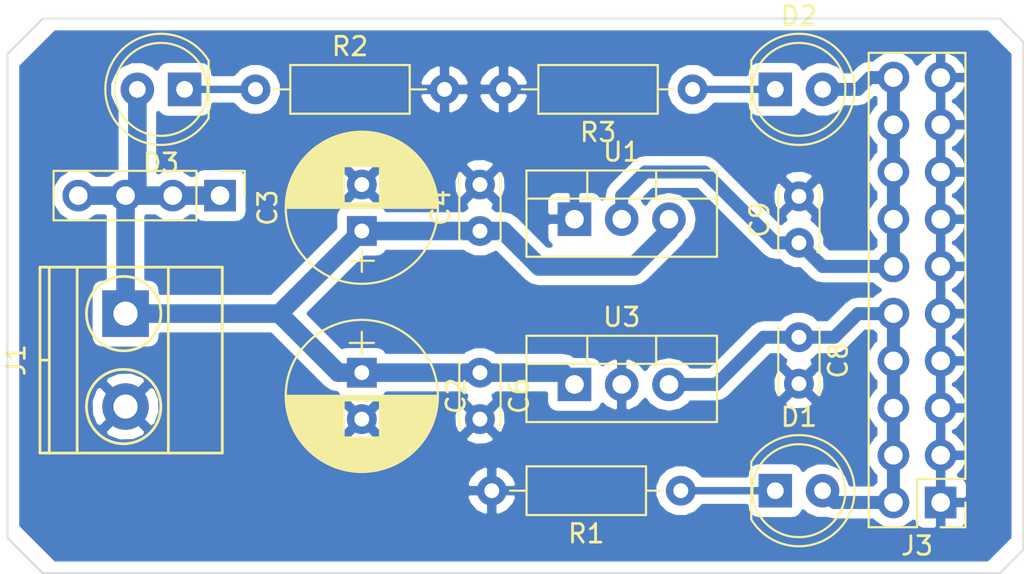
<source format=kicad_pcb>
(kicad_pcb (version 4) (host pcbnew 4.0.6)

  (general
    (links 49)
    (no_connects 0)
    (area 116.154999 100.914999 170.865001 130.860001)
    (thickness 1.6)
    (drawings 16)
    (tracks 49)
    (zones 0)
    (modules 17)
    (nets 8)
  )

  (page A4)
  (layers
    (0 F.Cu signal)
    (31 B.Cu signal)
    (32 B.Adhes user)
    (33 F.Adhes user)
    (34 B.Paste user)
    (35 F.Paste user)
    (36 B.SilkS user)
    (37 F.SilkS user)
    (38 B.Mask user)
    (39 F.Mask user)
    (40 Dwgs.User user)
    (41 Cmts.User user)
    (42 Eco1.User user)
    (43 Eco2.User user)
    (44 Edge.Cuts user)
    (45 Margin user)
    (46 B.CrtYd user)
    (47 F.CrtYd user)
    (48 B.Fab user)
    (49 F.Fab user)
  )

  (setup
    (last_trace_width 0.4)
    (trace_clearance 0.2)
    (zone_clearance 0.508)
    (zone_45_only no)
    (trace_min 0.2)
    (segment_width 0.2)
    (edge_width 0.1)
    (via_size 0.6)
    (via_drill 0.4)
    (via_min_size 0.4)
    (via_min_drill 0.3)
    (uvia_size 0.3)
    (uvia_drill 0.1)
    (uvias_allowed no)
    (uvia_min_size 0.2)
    (uvia_min_drill 0.1)
    (pcb_text_width 0.3)
    (pcb_text_size 1.5 1.5)
    (mod_edge_width 0.15)
    (mod_text_size 1 1)
    (mod_text_width 0.15)
    (pad_size 1.5 1.5)
    (pad_drill 0.6)
    (pad_to_mask_clearance 0)
    (aux_axis_origin 0 0)
    (visible_elements 7FFFFFFF)
    (pcbplotparams
      (layerselection 0x00030_80000001)
      (usegerberextensions false)
      (excludeedgelayer true)
      (linewidth 0.100000)
      (plotframeref false)
      (viasonmask false)
      (mode 1)
      (useauxorigin false)
      (hpglpennumber 1)
      (hpglpenspeed 20)
      (hpglpendiameter 15)
      (hpglpenoverlay 2)
      (psnegative false)
      (psa4output false)
      (plotreference true)
      (plotvalue true)
      (plotinvisibletext false)
      (padsonsilk false)
      (subtractmaskfromsilk false)
      (outputformat 1)
      (mirror false)
      (drillshape 0)
      (scaleselection 1)
      (outputdirectory ""))
  )

  (net 0 "")
  (net 1 VDD)
  (net 2 GND)
  (net 3 +5V)
  (net 4 +3V3)
  (net 5 "Net-(D1-Pad1)")
  (net 6 "Net-(D2-Pad1)")
  (net 7 "Net-(D3-Pad1)")

  (net_class Default "To jest domyślna klasa połączeń."
    (clearance 0.2)
    (trace_width 0.4)
    (via_dia 0.6)
    (via_drill 0.4)
    (uvia_dia 0.3)
    (uvia_drill 0.1)
    (add_net GND)
    (add_net "Net-(D1-Pad1)")
    (add_net "Net-(D2-Pad1)")
    (add_net "Net-(D3-Pad1)")
  )

  (net_class vdd ""
    (clearance 0.2)
    (trace_width 1)
    (via_dia 0.6)
    (via_drill 0.4)
    (uvia_dia 0.3)
    (uvia_drill 0.1)
    (add_net VDD)
  )

  (net_class zasil ""
    (clearance 0.2)
    (trace_width 0.7)
    (via_dia 0.6)
    (via_drill 0.4)
    (uvia_dia 0.3)
    (uvia_drill 0.1)
    (add_net +3V3)
    (add_net +5V)
  )

  (module Capacitors_THT:CP_Radial_D8.0mm_P2.50mm (layer F.Cu) (tedit 58765D06) (tstamp 58D1B21A)
    (at 135.255 120.015 270)
    (descr "CP, Radial series, Radial, pin pitch=2.50mm, , diameter=8mm, Electrolytic Capacitor")
    (tags "CP Radial series Radial pin pitch 2.50mm  diameter 8mm Electrolytic Capacitor")
    (path /58D153D7)
    (fp_text reference C2 (at 1.25 -5.06 270) (layer F.SilkS)
      (effects (font (size 1 1) (thickness 0.15)))
    )
    (fp_text value 470uF (at 1.25 5.06 270) (layer F.Fab)
      (effects (font (size 1 1) (thickness 0.15)))
    )
    (fp_circle (center 1.25 0) (end 5.25 0) (layer F.Fab) (width 0.1))
    (fp_circle (center 1.25 0) (end 5.34 0) (layer F.SilkS) (width 0.12))
    (fp_line (start -2.2 0) (end -1 0) (layer F.Fab) (width 0.1))
    (fp_line (start -1.6 -0.65) (end -1.6 0.65) (layer F.Fab) (width 0.1))
    (fp_line (start 1.25 -4.05) (end 1.25 4.05) (layer F.SilkS) (width 0.12))
    (fp_line (start 1.29 -4.05) (end 1.29 4.05) (layer F.SilkS) (width 0.12))
    (fp_line (start 1.33 -4.05) (end 1.33 4.05) (layer F.SilkS) (width 0.12))
    (fp_line (start 1.37 -4.049) (end 1.37 4.049) (layer F.SilkS) (width 0.12))
    (fp_line (start 1.41 -4.047) (end 1.41 4.047) (layer F.SilkS) (width 0.12))
    (fp_line (start 1.45 -4.046) (end 1.45 4.046) (layer F.SilkS) (width 0.12))
    (fp_line (start 1.49 -4.043) (end 1.49 4.043) (layer F.SilkS) (width 0.12))
    (fp_line (start 1.53 -4.041) (end 1.53 -0.98) (layer F.SilkS) (width 0.12))
    (fp_line (start 1.53 0.98) (end 1.53 4.041) (layer F.SilkS) (width 0.12))
    (fp_line (start 1.57 -4.038) (end 1.57 -0.98) (layer F.SilkS) (width 0.12))
    (fp_line (start 1.57 0.98) (end 1.57 4.038) (layer F.SilkS) (width 0.12))
    (fp_line (start 1.61 -4.035) (end 1.61 -0.98) (layer F.SilkS) (width 0.12))
    (fp_line (start 1.61 0.98) (end 1.61 4.035) (layer F.SilkS) (width 0.12))
    (fp_line (start 1.65 -4.031) (end 1.65 -0.98) (layer F.SilkS) (width 0.12))
    (fp_line (start 1.65 0.98) (end 1.65 4.031) (layer F.SilkS) (width 0.12))
    (fp_line (start 1.69 -4.027) (end 1.69 -0.98) (layer F.SilkS) (width 0.12))
    (fp_line (start 1.69 0.98) (end 1.69 4.027) (layer F.SilkS) (width 0.12))
    (fp_line (start 1.73 -4.022) (end 1.73 -0.98) (layer F.SilkS) (width 0.12))
    (fp_line (start 1.73 0.98) (end 1.73 4.022) (layer F.SilkS) (width 0.12))
    (fp_line (start 1.77 -4.017) (end 1.77 -0.98) (layer F.SilkS) (width 0.12))
    (fp_line (start 1.77 0.98) (end 1.77 4.017) (layer F.SilkS) (width 0.12))
    (fp_line (start 1.81 -4.012) (end 1.81 -0.98) (layer F.SilkS) (width 0.12))
    (fp_line (start 1.81 0.98) (end 1.81 4.012) (layer F.SilkS) (width 0.12))
    (fp_line (start 1.85 -4.006) (end 1.85 -0.98) (layer F.SilkS) (width 0.12))
    (fp_line (start 1.85 0.98) (end 1.85 4.006) (layer F.SilkS) (width 0.12))
    (fp_line (start 1.89 -4) (end 1.89 -0.98) (layer F.SilkS) (width 0.12))
    (fp_line (start 1.89 0.98) (end 1.89 4) (layer F.SilkS) (width 0.12))
    (fp_line (start 1.93 -3.994) (end 1.93 -0.98) (layer F.SilkS) (width 0.12))
    (fp_line (start 1.93 0.98) (end 1.93 3.994) (layer F.SilkS) (width 0.12))
    (fp_line (start 1.971 -3.987) (end 1.971 -0.98) (layer F.SilkS) (width 0.12))
    (fp_line (start 1.971 0.98) (end 1.971 3.987) (layer F.SilkS) (width 0.12))
    (fp_line (start 2.011 -3.979) (end 2.011 -0.98) (layer F.SilkS) (width 0.12))
    (fp_line (start 2.011 0.98) (end 2.011 3.979) (layer F.SilkS) (width 0.12))
    (fp_line (start 2.051 -3.971) (end 2.051 -0.98) (layer F.SilkS) (width 0.12))
    (fp_line (start 2.051 0.98) (end 2.051 3.971) (layer F.SilkS) (width 0.12))
    (fp_line (start 2.091 -3.963) (end 2.091 -0.98) (layer F.SilkS) (width 0.12))
    (fp_line (start 2.091 0.98) (end 2.091 3.963) (layer F.SilkS) (width 0.12))
    (fp_line (start 2.131 -3.955) (end 2.131 -0.98) (layer F.SilkS) (width 0.12))
    (fp_line (start 2.131 0.98) (end 2.131 3.955) (layer F.SilkS) (width 0.12))
    (fp_line (start 2.171 -3.946) (end 2.171 -0.98) (layer F.SilkS) (width 0.12))
    (fp_line (start 2.171 0.98) (end 2.171 3.946) (layer F.SilkS) (width 0.12))
    (fp_line (start 2.211 -3.936) (end 2.211 -0.98) (layer F.SilkS) (width 0.12))
    (fp_line (start 2.211 0.98) (end 2.211 3.936) (layer F.SilkS) (width 0.12))
    (fp_line (start 2.251 -3.926) (end 2.251 -0.98) (layer F.SilkS) (width 0.12))
    (fp_line (start 2.251 0.98) (end 2.251 3.926) (layer F.SilkS) (width 0.12))
    (fp_line (start 2.291 -3.916) (end 2.291 -0.98) (layer F.SilkS) (width 0.12))
    (fp_line (start 2.291 0.98) (end 2.291 3.916) (layer F.SilkS) (width 0.12))
    (fp_line (start 2.331 -3.905) (end 2.331 -0.98) (layer F.SilkS) (width 0.12))
    (fp_line (start 2.331 0.98) (end 2.331 3.905) (layer F.SilkS) (width 0.12))
    (fp_line (start 2.371 -3.894) (end 2.371 -0.98) (layer F.SilkS) (width 0.12))
    (fp_line (start 2.371 0.98) (end 2.371 3.894) (layer F.SilkS) (width 0.12))
    (fp_line (start 2.411 -3.883) (end 2.411 -0.98) (layer F.SilkS) (width 0.12))
    (fp_line (start 2.411 0.98) (end 2.411 3.883) (layer F.SilkS) (width 0.12))
    (fp_line (start 2.451 -3.87) (end 2.451 -0.98) (layer F.SilkS) (width 0.12))
    (fp_line (start 2.451 0.98) (end 2.451 3.87) (layer F.SilkS) (width 0.12))
    (fp_line (start 2.491 -3.858) (end 2.491 -0.98) (layer F.SilkS) (width 0.12))
    (fp_line (start 2.491 0.98) (end 2.491 3.858) (layer F.SilkS) (width 0.12))
    (fp_line (start 2.531 -3.845) (end 2.531 -0.98) (layer F.SilkS) (width 0.12))
    (fp_line (start 2.531 0.98) (end 2.531 3.845) (layer F.SilkS) (width 0.12))
    (fp_line (start 2.571 -3.832) (end 2.571 -0.98) (layer F.SilkS) (width 0.12))
    (fp_line (start 2.571 0.98) (end 2.571 3.832) (layer F.SilkS) (width 0.12))
    (fp_line (start 2.611 -3.818) (end 2.611 -0.98) (layer F.SilkS) (width 0.12))
    (fp_line (start 2.611 0.98) (end 2.611 3.818) (layer F.SilkS) (width 0.12))
    (fp_line (start 2.651 -3.803) (end 2.651 -0.98) (layer F.SilkS) (width 0.12))
    (fp_line (start 2.651 0.98) (end 2.651 3.803) (layer F.SilkS) (width 0.12))
    (fp_line (start 2.691 -3.789) (end 2.691 -0.98) (layer F.SilkS) (width 0.12))
    (fp_line (start 2.691 0.98) (end 2.691 3.789) (layer F.SilkS) (width 0.12))
    (fp_line (start 2.731 -3.773) (end 2.731 -0.98) (layer F.SilkS) (width 0.12))
    (fp_line (start 2.731 0.98) (end 2.731 3.773) (layer F.SilkS) (width 0.12))
    (fp_line (start 2.771 -3.758) (end 2.771 -0.98) (layer F.SilkS) (width 0.12))
    (fp_line (start 2.771 0.98) (end 2.771 3.758) (layer F.SilkS) (width 0.12))
    (fp_line (start 2.811 -3.741) (end 2.811 -0.98) (layer F.SilkS) (width 0.12))
    (fp_line (start 2.811 0.98) (end 2.811 3.741) (layer F.SilkS) (width 0.12))
    (fp_line (start 2.851 -3.725) (end 2.851 -0.98) (layer F.SilkS) (width 0.12))
    (fp_line (start 2.851 0.98) (end 2.851 3.725) (layer F.SilkS) (width 0.12))
    (fp_line (start 2.891 -3.707) (end 2.891 -0.98) (layer F.SilkS) (width 0.12))
    (fp_line (start 2.891 0.98) (end 2.891 3.707) (layer F.SilkS) (width 0.12))
    (fp_line (start 2.931 -3.69) (end 2.931 -0.98) (layer F.SilkS) (width 0.12))
    (fp_line (start 2.931 0.98) (end 2.931 3.69) (layer F.SilkS) (width 0.12))
    (fp_line (start 2.971 -3.671) (end 2.971 -0.98) (layer F.SilkS) (width 0.12))
    (fp_line (start 2.971 0.98) (end 2.971 3.671) (layer F.SilkS) (width 0.12))
    (fp_line (start 3.011 -3.652) (end 3.011 -0.98) (layer F.SilkS) (width 0.12))
    (fp_line (start 3.011 0.98) (end 3.011 3.652) (layer F.SilkS) (width 0.12))
    (fp_line (start 3.051 -3.633) (end 3.051 -0.98) (layer F.SilkS) (width 0.12))
    (fp_line (start 3.051 0.98) (end 3.051 3.633) (layer F.SilkS) (width 0.12))
    (fp_line (start 3.091 -3.613) (end 3.091 -0.98) (layer F.SilkS) (width 0.12))
    (fp_line (start 3.091 0.98) (end 3.091 3.613) (layer F.SilkS) (width 0.12))
    (fp_line (start 3.131 -3.593) (end 3.131 -0.98) (layer F.SilkS) (width 0.12))
    (fp_line (start 3.131 0.98) (end 3.131 3.593) (layer F.SilkS) (width 0.12))
    (fp_line (start 3.171 -3.572) (end 3.171 -0.98) (layer F.SilkS) (width 0.12))
    (fp_line (start 3.171 0.98) (end 3.171 3.572) (layer F.SilkS) (width 0.12))
    (fp_line (start 3.211 -3.55) (end 3.211 -0.98) (layer F.SilkS) (width 0.12))
    (fp_line (start 3.211 0.98) (end 3.211 3.55) (layer F.SilkS) (width 0.12))
    (fp_line (start 3.251 -3.528) (end 3.251 -0.98) (layer F.SilkS) (width 0.12))
    (fp_line (start 3.251 0.98) (end 3.251 3.528) (layer F.SilkS) (width 0.12))
    (fp_line (start 3.291 -3.505) (end 3.291 -0.98) (layer F.SilkS) (width 0.12))
    (fp_line (start 3.291 0.98) (end 3.291 3.505) (layer F.SilkS) (width 0.12))
    (fp_line (start 3.331 -3.482) (end 3.331 -0.98) (layer F.SilkS) (width 0.12))
    (fp_line (start 3.331 0.98) (end 3.331 3.482) (layer F.SilkS) (width 0.12))
    (fp_line (start 3.371 -3.458) (end 3.371 -0.98) (layer F.SilkS) (width 0.12))
    (fp_line (start 3.371 0.98) (end 3.371 3.458) (layer F.SilkS) (width 0.12))
    (fp_line (start 3.411 -3.434) (end 3.411 -0.98) (layer F.SilkS) (width 0.12))
    (fp_line (start 3.411 0.98) (end 3.411 3.434) (layer F.SilkS) (width 0.12))
    (fp_line (start 3.451 -3.408) (end 3.451 -0.98) (layer F.SilkS) (width 0.12))
    (fp_line (start 3.451 0.98) (end 3.451 3.408) (layer F.SilkS) (width 0.12))
    (fp_line (start 3.491 -3.383) (end 3.491 3.383) (layer F.SilkS) (width 0.12))
    (fp_line (start 3.531 -3.356) (end 3.531 3.356) (layer F.SilkS) (width 0.12))
    (fp_line (start 3.571 -3.329) (end 3.571 3.329) (layer F.SilkS) (width 0.12))
    (fp_line (start 3.611 -3.301) (end 3.611 3.301) (layer F.SilkS) (width 0.12))
    (fp_line (start 3.651 -3.272) (end 3.651 3.272) (layer F.SilkS) (width 0.12))
    (fp_line (start 3.691 -3.243) (end 3.691 3.243) (layer F.SilkS) (width 0.12))
    (fp_line (start 3.731 -3.213) (end 3.731 3.213) (layer F.SilkS) (width 0.12))
    (fp_line (start 3.771 -3.182) (end 3.771 3.182) (layer F.SilkS) (width 0.12))
    (fp_line (start 3.811 -3.15) (end 3.811 3.15) (layer F.SilkS) (width 0.12))
    (fp_line (start 3.851 -3.118) (end 3.851 3.118) (layer F.SilkS) (width 0.12))
    (fp_line (start 3.891 -3.084) (end 3.891 3.084) (layer F.SilkS) (width 0.12))
    (fp_line (start 3.931 -3.05) (end 3.931 3.05) (layer F.SilkS) (width 0.12))
    (fp_line (start 3.971 -3.015) (end 3.971 3.015) (layer F.SilkS) (width 0.12))
    (fp_line (start 4.011 -2.979) (end 4.011 2.979) (layer F.SilkS) (width 0.12))
    (fp_line (start 4.051 -2.942) (end 4.051 2.942) (layer F.SilkS) (width 0.12))
    (fp_line (start 4.091 -2.904) (end 4.091 2.904) (layer F.SilkS) (width 0.12))
    (fp_line (start 4.131 -2.865) (end 4.131 2.865) (layer F.SilkS) (width 0.12))
    (fp_line (start 4.171 -2.824) (end 4.171 2.824) (layer F.SilkS) (width 0.12))
    (fp_line (start 4.211 -2.783) (end 4.211 2.783) (layer F.SilkS) (width 0.12))
    (fp_line (start 4.251 -2.74) (end 4.251 2.74) (layer F.SilkS) (width 0.12))
    (fp_line (start 4.291 -2.697) (end 4.291 2.697) (layer F.SilkS) (width 0.12))
    (fp_line (start 4.331 -2.652) (end 4.331 2.652) (layer F.SilkS) (width 0.12))
    (fp_line (start 4.371 -2.605) (end 4.371 2.605) (layer F.SilkS) (width 0.12))
    (fp_line (start 4.411 -2.557) (end 4.411 2.557) (layer F.SilkS) (width 0.12))
    (fp_line (start 4.451 -2.508) (end 4.451 2.508) (layer F.SilkS) (width 0.12))
    (fp_line (start 4.491 -2.457) (end 4.491 2.457) (layer F.SilkS) (width 0.12))
    (fp_line (start 4.531 -2.404) (end 4.531 2.404) (layer F.SilkS) (width 0.12))
    (fp_line (start 4.571 -2.349) (end 4.571 2.349) (layer F.SilkS) (width 0.12))
    (fp_line (start 4.611 -2.293) (end 4.611 2.293) (layer F.SilkS) (width 0.12))
    (fp_line (start 4.651 -2.234) (end 4.651 2.234) (layer F.SilkS) (width 0.12))
    (fp_line (start 4.691 -2.173) (end 4.691 2.173) (layer F.SilkS) (width 0.12))
    (fp_line (start 4.731 -2.109) (end 4.731 2.109) (layer F.SilkS) (width 0.12))
    (fp_line (start 4.771 -2.043) (end 4.771 2.043) (layer F.SilkS) (width 0.12))
    (fp_line (start 4.811 -1.974) (end 4.811 1.974) (layer F.SilkS) (width 0.12))
    (fp_line (start 4.851 -1.902) (end 4.851 1.902) (layer F.SilkS) (width 0.12))
    (fp_line (start 4.891 -1.826) (end 4.891 1.826) (layer F.SilkS) (width 0.12))
    (fp_line (start 4.931 -1.745) (end 4.931 1.745) (layer F.SilkS) (width 0.12))
    (fp_line (start 4.971 -1.66) (end 4.971 1.66) (layer F.SilkS) (width 0.12))
    (fp_line (start 5.011 -1.57) (end 5.011 1.57) (layer F.SilkS) (width 0.12))
    (fp_line (start 5.051 -1.473) (end 5.051 1.473) (layer F.SilkS) (width 0.12))
    (fp_line (start 5.091 -1.369) (end 5.091 1.369) (layer F.SilkS) (width 0.12))
    (fp_line (start 5.131 -1.254) (end 5.131 1.254) (layer F.SilkS) (width 0.12))
    (fp_line (start 5.171 -1.127) (end 5.171 1.127) (layer F.SilkS) (width 0.12))
    (fp_line (start 5.211 -0.983) (end 5.211 0.983) (layer F.SilkS) (width 0.12))
    (fp_line (start 5.251 -0.814) (end 5.251 0.814) (layer F.SilkS) (width 0.12))
    (fp_line (start 5.291 -0.598) (end 5.291 0.598) (layer F.SilkS) (width 0.12))
    (fp_line (start 5.331 -0.246) (end 5.331 0.246) (layer F.SilkS) (width 0.12))
    (fp_line (start -2.2 0) (end -1 0) (layer F.SilkS) (width 0.12))
    (fp_line (start -1.6 -0.65) (end -1.6 0.65) (layer F.SilkS) (width 0.12))
    (fp_line (start -3.1 -4.35) (end -3.1 4.35) (layer F.CrtYd) (width 0.05))
    (fp_line (start -3.1 4.35) (end 5.6 4.35) (layer F.CrtYd) (width 0.05))
    (fp_line (start 5.6 4.35) (end 5.6 -4.35) (layer F.CrtYd) (width 0.05))
    (fp_line (start 5.6 -4.35) (end -3.1 -4.35) (layer F.CrtYd) (width 0.05))
    (pad 1 thru_hole rect (at 0 0 270) (size 1.6 1.6) (drill 0.8) (layers *.Cu *.Mask)
      (net 1 VDD))
    (pad 2 thru_hole circle (at 2.5 0 270) (size 1.6 1.6) (drill 0.8) (layers *.Cu *.Mask)
      (net 2 GND))
    (model Capacitors_THT.3dshapes/CP_Radial_D8.0mm_P2.50mm.wrl
      (at (xyz 0 0 0))
      (scale (xyz 0.393701 0.393701 0.393701))
      (rotate (xyz 0 0 0))
    )
  )

  (module Capacitors_THT:CP_Radial_D8.0mm_P2.50mm (layer F.Cu) (tedit 58765D06) (tstamp 58D1B220)
    (at 135.255 112.395 90)
    (descr "CP, Radial series, Radial, pin pitch=2.50mm, , diameter=8mm, Electrolytic Capacitor")
    (tags "CP Radial series Radial pin pitch 2.50mm  diameter 8mm Electrolytic Capacitor")
    (path /58D16047)
    (fp_text reference C3 (at 1.25 -5.06 90) (layer F.SilkS)
      (effects (font (size 1 1) (thickness 0.15)))
    )
    (fp_text value 470uF (at 1.25 5.06 90) (layer F.Fab)
      (effects (font (size 1 1) (thickness 0.15)))
    )
    (fp_circle (center 1.25 0) (end 5.25 0) (layer F.Fab) (width 0.1))
    (fp_circle (center 1.25 0) (end 5.34 0) (layer F.SilkS) (width 0.12))
    (fp_line (start -2.2 0) (end -1 0) (layer F.Fab) (width 0.1))
    (fp_line (start -1.6 -0.65) (end -1.6 0.65) (layer F.Fab) (width 0.1))
    (fp_line (start 1.25 -4.05) (end 1.25 4.05) (layer F.SilkS) (width 0.12))
    (fp_line (start 1.29 -4.05) (end 1.29 4.05) (layer F.SilkS) (width 0.12))
    (fp_line (start 1.33 -4.05) (end 1.33 4.05) (layer F.SilkS) (width 0.12))
    (fp_line (start 1.37 -4.049) (end 1.37 4.049) (layer F.SilkS) (width 0.12))
    (fp_line (start 1.41 -4.047) (end 1.41 4.047) (layer F.SilkS) (width 0.12))
    (fp_line (start 1.45 -4.046) (end 1.45 4.046) (layer F.SilkS) (width 0.12))
    (fp_line (start 1.49 -4.043) (end 1.49 4.043) (layer F.SilkS) (width 0.12))
    (fp_line (start 1.53 -4.041) (end 1.53 -0.98) (layer F.SilkS) (width 0.12))
    (fp_line (start 1.53 0.98) (end 1.53 4.041) (layer F.SilkS) (width 0.12))
    (fp_line (start 1.57 -4.038) (end 1.57 -0.98) (layer F.SilkS) (width 0.12))
    (fp_line (start 1.57 0.98) (end 1.57 4.038) (layer F.SilkS) (width 0.12))
    (fp_line (start 1.61 -4.035) (end 1.61 -0.98) (layer F.SilkS) (width 0.12))
    (fp_line (start 1.61 0.98) (end 1.61 4.035) (layer F.SilkS) (width 0.12))
    (fp_line (start 1.65 -4.031) (end 1.65 -0.98) (layer F.SilkS) (width 0.12))
    (fp_line (start 1.65 0.98) (end 1.65 4.031) (layer F.SilkS) (width 0.12))
    (fp_line (start 1.69 -4.027) (end 1.69 -0.98) (layer F.SilkS) (width 0.12))
    (fp_line (start 1.69 0.98) (end 1.69 4.027) (layer F.SilkS) (width 0.12))
    (fp_line (start 1.73 -4.022) (end 1.73 -0.98) (layer F.SilkS) (width 0.12))
    (fp_line (start 1.73 0.98) (end 1.73 4.022) (layer F.SilkS) (width 0.12))
    (fp_line (start 1.77 -4.017) (end 1.77 -0.98) (layer F.SilkS) (width 0.12))
    (fp_line (start 1.77 0.98) (end 1.77 4.017) (layer F.SilkS) (width 0.12))
    (fp_line (start 1.81 -4.012) (end 1.81 -0.98) (layer F.SilkS) (width 0.12))
    (fp_line (start 1.81 0.98) (end 1.81 4.012) (layer F.SilkS) (width 0.12))
    (fp_line (start 1.85 -4.006) (end 1.85 -0.98) (layer F.SilkS) (width 0.12))
    (fp_line (start 1.85 0.98) (end 1.85 4.006) (layer F.SilkS) (width 0.12))
    (fp_line (start 1.89 -4) (end 1.89 -0.98) (layer F.SilkS) (width 0.12))
    (fp_line (start 1.89 0.98) (end 1.89 4) (layer F.SilkS) (width 0.12))
    (fp_line (start 1.93 -3.994) (end 1.93 -0.98) (layer F.SilkS) (width 0.12))
    (fp_line (start 1.93 0.98) (end 1.93 3.994) (layer F.SilkS) (width 0.12))
    (fp_line (start 1.971 -3.987) (end 1.971 -0.98) (layer F.SilkS) (width 0.12))
    (fp_line (start 1.971 0.98) (end 1.971 3.987) (layer F.SilkS) (width 0.12))
    (fp_line (start 2.011 -3.979) (end 2.011 -0.98) (layer F.SilkS) (width 0.12))
    (fp_line (start 2.011 0.98) (end 2.011 3.979) (layer F.SilkS) (width 0.12))
    (fp_line (start 2.051 -3.971) (end 2.051 -0.98) (layer F.SilkS) (width 0.12))
    (fp_line (start 2.051 0.98) (end 2.051 3.971) (layer F.SilkS) (width 0.12))
    (fp_line (start 2.091 -3.963) (end 2.091 -0.98) (layer F.SilkS) (width 0.12))
    (fp_line (start 2.091 0.98) (end 2.091 3.963) (layer F.SilkS) (width 0.12))
    (fp_line (start 2.131 -3.955) (end 2.131 -0.98) (layer F.SilkS) (width 0.12))
    (fp_line (start 2.131 0.98) (end 2.131 3.955) (layer F.SilkS) (width 0.12))
    (fp_line (start 2.171 -3.946) (end 2.171 -0.98) (layer F.SilkS) (width 0.12))
    (fp_line (start 2.171 0.98) (end 2.171 3.946) (layer F.SilkS) (width 0.12))
    (fp_line (start 2.211 -3.936) (end 2.211 -0.98) (layer F.SilkS) (width 0.12))
    (fp_line (start 2.211 0.98) (end 2.211 3.936) (layer F.SilkS) (width 0.12))
    (fp_line (start 2.251 -3.926) (end 2.251 -0.98) (layer F.SilkS) (width 0.12))
    (fp_line (start 2.251 0.98) (end 2.251 3.926) (layer F.SilkS) (width 0.12))
    (fp_line (start 2.291 -3.916) (end 2.291 -0.98) (layer F.SilkS) (width 0.12))
    (fp_line (start 2.291 0.98) (end 2.291 3.916) (layer F.SilkS) (width 0.12))
    (fp_line (start 2.331 -3.905) (end 2.331 -0.98) (layer F.SilkS) (width 0.12))
    (fp_line (start 2.331 0.98) (end 2.331 3.905) (layer F.SilkS) (width 0.12))
    (fp_line (start 2.371 -3.894) (end 2.371 -0.98) (layer F.SilkS) (width 0.12))
    (fp_line (start 2.371 0.98) (end 2.371 3.894) (layer F.SilkS) (width 0.12))
    (fp_line (start 2.411 -3.883) (end 2.411 -0.98) (layer F.SilkS) (width 0.12))
    (fp_line (start 2.411 0.98) (end 2.411 3.883) (layer F.SilkS) (width 0.12))
    (fp_line (start 2.451 -3.87) (end 2.451 -0.98) (layer F.SilkS) (width 0.12))
    (fp_line (start 2.451 0.98) (end 2.451 3.87) (layer F.SilkS) (width 0.12))
    (fp_line (start 2.491 -3.858) (end 2.491 -0.98) (layer F.SilkS) (width 0.12))
    (fp_line (start 2.491 0.98) (end 2.491 3.858) (layer F.SilkS) (width 0.12))
    (fp_line (start 2.531 -3.845) (end 2.531 -0.98) (layer F.SilkS) (width 0.12))
    (fp_line (start 2.531 0.98) (end 2.531 3.845) (layer F.SilkS) (width 0.12))
    (fp_line (start 2.571 -3.832) (end 2.571 -0.98) (layer F.SilkS) (width 0.12))
    (fp_line (start 2.571 0.98) (end 2.571 3.832) (layer F.SilkS) (width 0.12))
    (fp_line (start 2.611 -3.818) (end 2.611 -0.98) (layer F.SilkS) (width 0.12))
    (fp_line (start 2.611 0.98) (end 2.611 3.818) (layer F.SilkS) (width 0.12))
    (fp_line (start 2.651 -3.803) (end 2.651 -0.98) (layer F.SilkS) (width 0.12))
    (fp_line (start 2.651 0.98) (end 2.651 3.803) (layer F.SilkS) (width 0.12))
    (fp_line (start 2.691 -3.789) (end 2.691 -0.98) (layer F.SilkS) (width 0.12))
    (fp_line (start 2.691 0.98) (end 2.691 3.789) (layer F.SilkS) (width 0.12))
    (fp_line (start 2.731 -3.773) (end 2.731 -0.98) (layer F.SilkS) (width 0.12))
    (fp_line (start 2.731 0.98) (end 2.731 3.773) (layer F.SilkS) (width 0.12))
    (fp_line (start 2.771 -3.758) (end 2.771 -0.98) (layer F.SilkS) (width 0.12))
    (fp_line (start 2.771 0.98) (end 2.771 3.758) (layer F.SilkS) (width 0.12))
    (fp_line (start 2.811 -3.741) (end 2.811 -0.98) (layer F.SilkS) (width 0.12))
    (fp_line (start 2.811 0.98) (end 2.811 3.741) (layer F.SilkS) (width 0.12))
    (fp_line (start 2.851 -3.725) (end 2.851 -0.98) (layer F.SilkS) (width 0.12))
    (fp_line (start 2.851 0.98) (end 2.851 3.725) (layer F.SilkS) (width 0.12))
    (fp_line (start 2.891 -3.707) (end 2.891 -0.98) (layer F.SilkS) (width 0.12))
    (fp_line (start 2.891 0.98) (end 2.891 3.707) (layer F.SilkS) (width 0.12))
    (fp_line (start 2.931 -3.69) (end 2.931 -0.98) (layer F.SilkS) (width 0.12))
    (fp_line (start 2.931 0.98) (end 2.931 3.69) (layer F.SilkS) (width 0.12))
    (fp_line (start 2.971 -3.671) (end 2.971 -0.98) (layer F.SilkS) (width 0.12))
    (fp_line (start 2.971 0.98) (end 2.971 3.671) (layer F.SilkS) (width 0.12))
    (fp_line (start 3.011 -3.652) (end 3.011 -0.98) (layer F.SilkS) (width 0.12))
    (fp_line (start 3.011 0.98) (end 3.011 3.652) (layer F.SilkS) (width 0.12))
    (fp_line (start 3.051 -3.633) (end 3.051 -0.98) (layer F.SilkS) (width 0.12))
    (fp_line (start 3.051 0.98) (end 3.051 3.633) (layer F.SilkS) (width 0.12))
    (fp_line (start 3.091 -3.613) (end 3.091 -0.98) (layer F.SilkS) (width 0.12))
    (fp_line (start 3.091 0.98) (end 3.091 3.613) (layer F.SilkS) (width 0.12))
    (fp_line (start 3.131 -3.593) (end 3.131 -0.98) (layer F.SilkS) (width 0.12))
    (fp_line (start 3.131 0.98) (end 3.131 3.593) (layer F.SilkS) (width 0.12))
    (fp_line (start 3.171 -3.572) (end 3.171 -0.98) (layer F.SilkS) (width 0.12))
    (fp_line (start 3.171 0.98) (end 3.171 3.572) (layer F.SilkS) (width 0.12))
    (fp_line (start 3.211 -3.55) (end 3.211 -0.98) (layer F.SilkS) (width 0.12))
    (fp_line (start 3.211 0.98) (end 3.211 3.55) (layer F.SilkS) (width 0.12))
    (fp_line (start 3.251 -3.528) (end 3.251 -0.98) (layer F.SilkS) (width 0.12))
    (fp_line (start 3.251 0.98) (end 3.251 3.528) (layer F.SilkS) (width 0.12))
    (fp_line (start 3.291 -3.505) (end 3.291 -0.98) (layer F.SilkS) (width 0.12))
    (fp_line (start 3.291 0.98) (end 3.291 3.505) (layer F.SilkS) (width 0.12))
    (fp_line (start 3.331 -3.482) (end 3.331 -0.98) (layer F.SilkS) (width 0.12))
    (fp_line (start 3.331 0.98) (end 3.331 3.482) (layer F.SilkS) (width 0.12))
    (fp_line (start 3.371 -3.458) (end 3.371 -0.98) (layer F.SilkS) (width 0.12))
    (fp_line (start 3.371 0.98) (end 3.371 3.458) (layer F.SilkS) (width 0.12))
    (fp_line (start 3.411 -3.434) (end 3.411 -0.98) (layer F.SilkS) (width 0.12))
    (fp_line (start 3.411 0.98) (end 3.411 3.434) (layer F.SilkS) (width 0.12))
    (fp_line (start 3.451 -3.408) (end 3.451 -0.98) (layer F.SilkS) (width 0.12))
    (fp_line (start 3.451 0.98) (end 3.451 3.408) (layer F.SilkS) (width 0.12))
    (fp_line (start 3.491 -3.383) (end 3.491 3.383) (layer F.SilkS) (width 0.12))
    (fp_line (start 3.531 -3.356) (end 3.531 3.356) (layer F.SilkS) (width 0.12))
    (fp_line (start 3.571 -3.329) (end 3.571 3.329) (layer F.SilkS) (width 0.12))
    (fp_line (start 3.611 -3.301) (end 3.611 3.301) (layer F.SilkS) (width 0.12))
    (fp_line (start 3.651 -3.272) (end 3.651 3.272) (layer F.SilkS) (width 0.12))
    (fp_line (start 3.691 -3.243) (end 3.691 3.243) (layer F.SilkS) (width 0.12))
    (fp_line (start 3.731 -3.213) (end 3.731 3.213) (layer F.SilkS) (width 0.12))
    (fp_line (start 3.771 -3.182) (end 3.771 3.182) (layer F.SilkS) (width 0.12))
    (fp_line (start 3.811 -3.15) (end 3.811 3.15) (layer F.SilkS) (width 0.12))
    (fp_line (start 3.851 -3.118) (end 3.851 3.118) (layer F.SilkS) (width 0.12))
    (fp_line (start 3.891 -3.084) (end 3.891 3.084) (layer F.SilkS) (width 0.12))
    (fp_line (start 3.931 -3.05) (end 3.931 3.05) (layer F.SilkS) (width 0.12))
    (fp_line (start 3.971 -3.015) (end 3.971 3.015) (layer F.SilkS) (width 0.12))
    (fp_line (start 4.011 -2.979) (end 4.011 2.979) (layer F.SilkS) (width 0.12))
    (fp_line (start 4.051 -2.942) (end 4.051 2.942) (layer F.SilkS) (width 0.12))
    (fp_line (start 4.091 -2.904) (end 4.091 2.904) (layer F.SilkS) (width 0.12))
    (fp_line (start 4.131 -2.865) (end 4.131 2.865) (layer F.SilkS) (width 0.12))
    (fp_line (start 4.171 -2.824) (end 4.171 2.824) (layer F.SilkS) (width 0.12))
    (fp_line (start 4.211 -2.783) (end 4.211 2.783) (layer F.SilkS) (width 0.12))
    (fp_line (start 4.251 -2.74) (end 4.251 2.74) (layer F.SilkS) (width 0.12))
    (fp_line (start 4.291 -2.697) (end 4.291 2.697) (layer F.SilkS) (width 0.12))
    (fp_line (start 4.331 -2.652) (end 4.331 2.652) (layer F.SilkS) (width 0.12))
    (fp_line (start 4.371 -2.605) (end 4.371 2.605) (layer F.SilkS) (width 0.12))
    (fp_line (start 4.411 -2.557) (end 4.411 2.557) (layer F.SilkS) (width 0.12))
    (fp_line (start 4.451 -2.508) (end 4.451 2.508) (layer F.SilkS) (width 0.12))
    (fp_line (start 4.491 -2.457) (end 4.491 2.457) (layer F.SilkS) (width 0.12))
    (fp_line (start 4.531 -2.404) (end 4.531 2.404) (layer F.SilkS) (width 0.12))
    (fp_line (start 4.571 -2.349) (end 4.571 2.349) (layer F.SilkS) (width 0.12))
    (fp_line (start 4.611 -2.293) (end 4.611 2.293) (layer F.SilkS) (width 0.12))
    (fp_line (start 4.651 -2.234) (end 4.651 2.234) (layer F.SilkS) (width 0.12))
    (fp_line (start 4.691 -2.173) (end 4.691 2.173) (layer F.SilkS) (width 0.12))
    (fp_line (start 4.731 -2.109) (end 4.731 2.109) (layer F.SilkS) (width 0.12))
    (fp_line (start 4.771 -2.043) (end 4.771 2.043) (layer F.SilkS) (width 0.12))
    (fp_line (start 4.811 -1.974) (end 4.811 1.974) (layer F.SilkS) (width 0.12))
    (fp_line (start 4.851 -1.902) (end 4.851 1.902) (layer F.SilkS) (width 0.12))
    (fp_line (start 4.891 -1.826) (end 4.891 1.826) (layer F.SilkS) (width 0.12))
    (fp_line (start 4.931 -1.745) (end 4.931 1.745) (layer F.SilkS) (width 0.12))
    (fp_line (start 4.971 -1.66) (end 4.971 1.66) (layer F.SilkS) (width 0.12))
    (fp_line (start 5.011 -1.57) (end 5.011 1.57) (layer F.SilkS) (width 0.12))
    (fp_line (start 5.051 -1.473) (end 5.051 1.473) (layer F.SilkS) (width 0.12))
    (fp_line (start 5.091 -1.369) (end 5.091 1.369) (layer F.SilkS) (width 0.12))
    (fp_line (start 5.131 -1.254) (end 5.131 1.254) (layer F.SilkS) (width 0.12))
    (fp_line (start 5.171 -1.127) (end 5.171 1.127) (layer F.SilkS) (width 0.12))
    (fp_line (start 5.211 -0.983) (end 5.211 0.983) (layer F.SilkS) (width 0.12))
    (fp_line (start 5.251 -0.814) (end 5.251 0.814) (layer F.SilkS) (width 0.12))
    (fp_line (start 5.291 -0.598) (end 5.291 0.598) (layer F.SilkS) (width 0.12))
    (fp_line (start 5.331 -0.246) (end 5.331 0.246) (layer F.SilkS) (width 0.12))
    (fp_line (start -2.2 0) (end -1 0) (layer F.SilkS) (width 0.12))
    (fp_line (start -1.6 -0.65) (end -1.6 0.65) (layer F.SilkS) (width 0.12))
    (fp_line (start -3.1 -4.35) (end -3.1 4.35) (layer F.CrtYd) (width 0.05))
    (fp_line (start -3.1 4.35) (end 5.6 4.35) (layer F.CrtYd) (width 0.05))
    (fp_line (start 5.6 4.35) (end 5.6 -4.35) (layer F.CrtYd) (width 0.05))
    (fp_line (start 5.6 -4.35) (end -3.1 -4.35) (layer F.CrtYd) (width 0.05))
    (pad 1 thru_hole rect (at 0 0 90) (size 1.6 1.6) (drill 0.8) (layers *.Cu *.Mask)
      (net 1 VDD))
    (pad 2 thru_hole circle (at 2.5 0 90) (size 1.6 1.6) (drill 0.8) (layers *.Cu *.Mask)
      (net 2 GND))
    (model Capacitors_THT.3dshapes/CP_Radial_D8.0mm_P2.50mm.wrl
      (at (xyz 0 0 0))
      (scale (xyz 0.393701 0.393701 0.393701))
      (rotate (xyz 0 0 0))
    )
  )

  (module Capacitors_THT:C_Disc_D3.4mm_W2.1mm_P2.50mm (layer F.Cu) (tedit 58765D06) (tstamp 58D1B226)
    (at 141.605 112.395 90)
    (descr "C, Disc series, Radial, pin pitch=2.50mm, , diameter*width=3.4*2.1mm^2, Capacitor, http://www.vishay.com/docs/45233/krseries.pdf")
    (tags "C Disc series Radial pin pitch 2.50mm  diameter 3.4mm width 2.1mm Capacitor")
    (path /58D160A8)
    (fp_text reference C4 (at 1.25 -2.11 90) (layer F.SilkS)
      (effects (font (size 1 1) (thickness 0.15)))
    )
    (fp_text value 10uF (at 1.25 2.11 90) (layer F.Fab)
      (effects (font (size 1 1) (thickness 0.15)))
    )
    (fp_line (start -0.45 -1.05) (end -0.45 1.05) (layer F.Fab) (width 0.1))
    (fp_line (start -0.45 1.05) (end 2.95 1.05) (layer F.Fab) (width 0.1))
    (fp_line (start 2.95 1.05) (end 2.95 -1.05) (layer F.Fab) (width 0.1))
    (fp_line (start 2.95 -1.05) (end -0.45 -1.05) (layer F.Fab) (width 0.1))
    (fp_line (start -0.51 -1.11) (end 3.01 -1.11) (layer F.SilkS) (width 0.12))
    (fp_line (start -0.51 1.11) (end 3.01 1.11) (layer F.SilkS) (width 0.12))
    (fp_line (start -0.51 -1.11) (end -0.51 -0.996) (layer F.SilkS) (width 0.12))
    (fp_line (start -0.51 0.996) (end -0.51 1.11) (layer F.SilkS) (width 0.12))
    (fp_line (start 3.01 -1.11) (end 3.01 -0.996) (layer F.SilkS) (width 0.12))
    (fp_line (start 3.01 0.996) (end 3.01 1.11) (layer F.SilkS) (width 0.12))
    (fp_line (start -1.05 -1.4) (end -1.05 1.4) (layer F.CrtYd) (width 0.05))
    (fp_line (start -1.05 1.4) (end 3.55 1.4) (layer F.CrtYd) (width 0.05))
    (fp_line (start 3.55 1.4) (end 3.55 -1.4) (layer F.CrtYd) (width 0.05))
    (fp_line (start 3.55 -1.4) (end -1.05 -1.4) (layer F.CrtYd) (width 0.05))
    (pad 1 thru_hole circle (at 0 0 90) (size 1.6 1.6) (drill 0.8) (layers *.Cu *.Mask)
      (net 1 VDD))
    (pad 2 thru_hole circle (at 2.5 0 90) (size 1.6 1.6) (drill 0.8) (layers *.Cu *.Mask)
      (net 2 GND))
    (model Capacitors_THT.3dshapes/C_Disc_D3.4mm_W2.1mm_P2.50mm.wrl
      (at (xyz 0 0 0))
      (scale (xyz 0.393701 0.393701 0.393701))
      (rotate (xyz 0 0 0))
    )
  )

  (module Capacitors_THT:C_Disc_D3.4mm_W2.1mm_P2.50mm (layer F.Cu) (tedit 58D50962) (tstamp 58D1B22C)
    (at 141.605 120.015 270)
    (descr "C, Disc series, Radial, pin pitch=2.50mm, , diameter*width=3.4*2.1mm^2, Capacitor, http://www.vishay.com/docs/45233/krseries.pdf")
    (tags "C Disc series Radial pin pitch 2.50mm  diameter 3.4mm width 2.1mm Capacitor")
    (path /58D15257)
    (fp_text reference C6 (at 1.25 -2.11 270) (layer F.SilkS)
      (effects (font (size 1 1) (thickness 0.15)))
    )
    (fp_text value 0.33uF (at -1.905 0 360) (layer F.Fab)
      (effects (font (size 1 1) (thickness 0.15)))
    )
    (fp_line (start -0.45 -1.05) (end -0.45 1.05) (layer F.Fab) (width 0.1))
    (fp_line (start -0.45 1.05) (end 2.95 1.05) (layer F.Fab) (width 0.1))
    (fp_line (start 2.95 1.05) (end 2.95 -1.05) (layer F.Fab) (width 0.1))
    (fp_line (start 2.95 -1.05) (end -0.45 -1.05) (layer F.Fab) (width 0.1))
    (fp_line (start -0.51 -1.11) (end 3.01 -1.11) (layer F.SilkS) (width 0.12))
    (fp_line (start -0.51 1.11) (end 3.01 1.11) (layer F.SilkS) (width 0.12))
    (fp_line (start -0.51 -1.11) (end -0.51 -0.996) (layer F.SilkS) (width 0.12))
    (fp_line (start -0.51 0.996) (end -0.51 1.11) (layer F.SilkS) (width 0.12))
    (fp_line (start 3.01 -1.11) (end 3.01 -0.996) (layer F.SilkS) (width 0.12))
    (fp_line (start 3.01 0.996) (end 3.01 1.11) (layer F.SilkS) (width 0.12))
    (fp_line (start -1.05 -1.4) (end -1.05 1.4) (layer F.CrtYd) (width 0.05))
    (fp_line (start -1.05 1.4) (end 3.55 1.4) (layer F.CrtYd) (width 0.05))
    (fp_line (start 3.55 1.4) (end 3.55 -1.4) (layer F.CrtYd) (width 0.05))
    (fp_line (start 3.55 -1.4) (end -1.05 -1.4) (layer F.CrtYd) (width 0.05))
    (pad 1 thru_hole circle (at 0 0 270) (size 1.6 1.6) (drill 0.8) (layers *.Cu *.Mask)
      (net 1 VDD))
    (pad 2 thru_hole circle (at 2.5 0 270) (size 1.6 1.6) (drill 0.8) (layers *.Cu *.Mask)
      (net 2 GND))
    (model Capacitors_THT.3dshapes/C_Disc_D3.4mm_W2.1mm_P2.50mm.wrl
      (at (xyz 0 0 0))
      (scale (xyz 0.393701 0.393701 0.393701))
      (rotate (xyz 0 0 0))
    )
  )

  (module Capacitors_THT:C_Disc_D3.4mm_W2.1mm_P2.50mm (layer F.Cu) (tedit 58D50B89) (tstamp 58D1B232)
    (at 158.75 118.11 270)
    (descr "C, Disc series, Radial, pin pitch=2.50mm, , diameter*width=3.4*2.1mm^2, Capacitor, http://www.vishay.com/docs/45233/krseries.pdf")
    (tags "C Disc series Radial pin pitch 2.50mm  diameter 3.4mm width 2.1mm Capacitor")
    (path /58D15340)
    (fp_text reference C8 (at 1.25 -2.11 270) (layer F.SilkS)
      (effects (font (size 1 1) (thickness 0.15)))
    )
    (fp_text value 0.1uF (at 1.25 2.11 270) (layer F.Fab)
      (effects (font (size 1 1) (thickness 0.15)))
    )
    (fp_line (start -0.45 -1.05) (end -0.45 1.05) (layer F.Fab) (width 0.1))
    (fp_line (start -0.45 1.05) (end 2.95 1.05) (layer F.Fab) (width 0.1))
    (fp_line (start 2.95 1.05) (end 2.95 -1.05) (layer F.Fab) (width 0.1))
    (fp_line (start 2.95 -1.05) (end -0.45 -1.05) (layer F.Fab) (width 0.1))
    (fp_line (start -0.51 -1.11) (end 3.01 -1.11) (layer F.SilkS) (width 0.12))
    (fp_line (start -0.51 1.11) (end 3.01 1.11) (layer F.SilkS) (width 0.12))
    (fp_line (start -0.51 -1.11) (end -0.51 -0.996) (layer F.SilkS) (width 0.12))
    (fp_line (start -0.51 0.996) (end -0.51 1.11) (layer F.SilkS) (width 0.12))
    (fp_line (start 3.01 -1.11) (end 3.01 -0.996) (layer F.SilkS) (width 0.12))
    (fp_line (start 3.01 0.996) (end 3.01 1.11) (layer F.SilkS) (width 0.12))
    (fp_line (start -1.05 -1.4) (end -1.05 1.4) (layer F.CrtYd) (width 0.05))
    (fp_line (start -1.05 1.4) (end 3.55 1.4) (layer F.CrtYd) (width 0.05))
    (fp_line (start 3.55 1.4) (end 3.55 -1.4) (layer F.CrtYd) (width 0.05))
    (fp_line (start 3.55 -1.4) (end -1.05 -1.4) (layer F.CrtYd) (width 0.05))
    (pad 1 thru_hole circle (at 0 0 270) (size 1.6 1.6) (drill 0.8) (layers *.Cu *.Mask)
      (net 3 +5V))
    (pad 2 thru_hole circle (at 2.5 0 270) (size 1.6 1.6) (drill 0.8) (layers *.Cu *.Mask)
      (net 2 GND))
    (model Capacitors_THT.3dshapes/C_Disc_D3.4mm_W2.1mm_P2.50mm.wrl
      (at (xyz 0 0 0))
      (scale (xyz 0.393701 0.393701 0.393701))
      (rotate (xyz 0 0 0))
    )
  )

  (module Capacitors_THT:C_Disc_D3.4mm_W2.1mm_P2.50mm (layer F.Cu) (tedit 58D50A9F) (tstamp 58D1B238)
    (at 158.75 113.03 90)
    (descr "C, Disc series, Radial, pin pitch=2.50mm, , diameter*width=3.4*2.1mm^2, Capacitor, http://www.vishay.com/docs/45233/krseries.pdf")
    (tags "C Disc series Radial pin pitch 2.50mm  diameter 3.4mm width 2.1mm Capacitor")
    (path /58D15EF8)
    (fp_text reference C9 (at 1.25 -2.11 90) (layer F.SilkS)
      (effects (font (size 1 1) (thickness 0.15)))
    )
    (fp_text value 10uF (at 1.27 -1.905 90) (layer F.Fab)
      (effects (font (size 1 1) (thickness 0.15)))
    )
    (fp_line (start -0.45 -1.05) (end -0.45 1.05) (layer F.Fab) (width 0.1))
    (fp_line (start -0.45 1.05) (end 2.95 1.05) (layer F.Fab) (width 0.1))
    (fp_line (start 2.95 1.05) (end 2.95 -1.05) (layer F.Fab) (width 0.1))
    (fp_line (start 2.95 -1.05) (end -0.45 -1.05) (layer F.Fab) (width 0.1))
    (fp_line (start -0.51 -1.11) (end 3.01 -1.11) (layer F.SilkS) (width 0.12))
    (fp_line (start -0.51 1.11) (end 3.01 1.11) (layer F.SilkS) (width 0.12))
    (fp_line (start -0.51 -1.11) (end -0.51 -0.996) (layer F.SilkS) (width 0.12))
    (fp_line (start -0.51 0.996) (end -0.51 1.11) (layer F.SilkS) (width 0.12))
    (fp_line (start 3.01 -1.11) (end 3.01 -0.996) (layer F.SilkS) (width 0.12))
    (fp_line (start 3.01 0.996) (end 3.01 1.11) (layer F.SilkS) (width 0.12))
    (fp_line (start -1.05 -1.4) (end -1.05 1.4) (layer F.CrtYd) (width 0.05))
    (fp_line (start -1.05 1.4) (end 3.55 1.4) (layer F.CrtYd) (width 0.05))
    (fp_line (start 3.55 1.4) (end 3.55 -1.4) (layer F.CrtYd) (width 0.05))
    (fp_line (start 3.55 -1.4) (end -1.05 -1.4) (layer F.CrtYd) (width 0.05))
    (pad 1 thru_hole circle (at 0 0 90) (size 1.6 1.6) (drill 0.8) (layers *.Cu *.Mask)
      (net 4 +3V3))
    (pad 2 thru_hole circle (at 2.5 0 90) (size 1.6 1.6) (drill 0.8) (layers *.Cu *.Mask)
      (net 2 GND))
    (model Capacitors_THT.3dshapes/C_Disc_D3.4mm_W2.1mm_P2.50mm.wrl
      (at (xyz 0 0 0))
      (scale (xyz 0.393701 0.393701 0.393701))
      (rotate (xyz 0 0 0))
    )
  )

  (module Connectors_Terminal_Blocks:TerminalBlock_Pheonix_MKDS1.5-2pol (layer F.Cu) (tedit 58D50911) (tstamp 58D1B23E)
    (at 122.555 116.84 270)
    (descr "2-way 5mm pitch terminal block, Phoenix MKDS series")
    (path /58D156E2)
    (fp_text reference J1 (at 2.5 5.9 270) (layer F.SilkS)
      (effects (font (size 1 1) (thickness 0.15)))
    )
    (fp_text value Screw_Terminal_1x02 (at 3.175 -3.81 270) (layer F.Fab) hide
      (effects (font (size 1 1) (thickness 0.15)))
    )
    (fp_line (start -2.7 -5.4) (end 7.7 -5.4) (layer F.CrtYd) (width 0.05))
    (fp_line (start -2.7 4.8) (end -2.7 -5.4) (layer F.CrtYd) (width 0.05))
    (fp_line (start 7.7 4.8) (end -2.7 4.8) (layer F.CrtYd) (width 0.05))
    (fp_line (start 7.7 -5.4) (end 7.7 4.8) (layer F.CrtYd) (width 0.05))
    (fp_line (start 2.5 4.1) (end 2.5 4.6) (layer F.SilkS) (width 0.15))
    (fp_circle (center 5 0.1) (end 3 0.1) (layer F.SilkS) (width 0.15))
    (fp_circle (center 0 0.1) (end 2 0.1) (layer F.SilkS) (width 0.15))
    (fp_line (start -2.5 2.6) (end 7.5 2.6) (layer F.SilkS) (width 0.15))
    (fp_line (start -2.5 -2.3) (end 7.5 -2.3) (layer F.SilkS) (width 0.15))
    (fp_line (start -2.5 4.1) (end 7.5 4.1) (layer F.SilkS) (width 0.15))
    (fp_line (start -2.5 4.6) (end 7.5 4.6) (layer F.SilkS) (width 0.15))
    (fp_line (start 7.5 4.6) (end 7.5 -5.2) (layer F.SilkS) (width 0.15))
    (fp_line (start 7.5 -5.2) (end -2.5 -5.2) (layer F.SilkS) (width 0.15))
    (fp_line (start -2.5 -5.2) (end -2.5 4.6) (layer F.SilkS) (width 0.15))
    (pad 1 thru_hole rect (at 0 0 270) (size 2.5 2.5) (drill 1.3) (layers *.Cu *.Mask)
      (net 1 VDD))
    (pad 2 thru_hole circle (at 5 0 270) (size 2.5 2.5) (drill 1.3) (layers *.Cu *.Mask)
      (net 2 GND))
    (model Terminal_Blocks.3dshapes/TerminalBlock_Pheonix_MKDS1.5-2pol.wrl
      (at (xyz 0.0984 0 0))
      (scale (xyz 1 1 1))
      (rotate (xyz 0 0 0))
    )
  )

  (module Pin_Headers:Pin_Header_Straight_1x04_Pitch2.54mm (layer F.Cu) (tedit 58D50AEE) (tstamp 58D1B246)
    (at 127.635 110.49 270)
    (descr "Through hole straight pin header, 1x04, 2.54mm pitch, single row")
    (tags "Through hole pin header THT 1x04 2.54mm single row")
    (path /58D187F9)
    (fp_text reference J2 (at 0 -2.33 270) (layer F.SilkS) hide
      (effects (font (size 1 1) (thickness 0.15)))
    )
    (fp_text value 01X04_Vdd (at 0 9.95 270) (layer F.Fab) hide
      (effects (font (size 1 1) (thickness 0.15)))
    )
    (fp_line (start -1.27 -1.27) (end -1.27 8.89) (layer F.Fab) (width 0.1))
    (fp_line (start -1.27 8.89) (end 1.27 8.89) (layer F.Fab) (width 0.1))
    (fp_line (start 1.27 8.89) (end 1.27 -1.27) (layer F.Fab) (width 0.1))
    (fp_line (start 1.27 -1.27) (end -1.27 -1.27) (layer F.Fab) (width 0.1))
    (fp_line (start -1.33 1.27) (end -1.33 8.95) (layer F.SilkS) (width 0.12))
    (fp_line (start -1.33 8.95) (end 1.33 8.95) (layer F.SilkS) (width 0.12))
    (fp_line (start 1.33 8.95) (end 1.33 1.27) (layer F.SilkS) (width 0.12))
    (fp_line (start 1.33 1.27) (end -1.33 1.27) (layer F.SilkS) (width 0.12))
    (fp_line (start -1.33 0) (end -1.33 -1.33) (layer F.SilkS) (width 0.12))
    (fp_line (start -1.33 -1.33) (end 0 -1.33) (layer F.SilkS) (width 0.12))
    (fp_line (start -1.8 -1.8) (end -1.8 9.4) (layer F.CrtYd) (width 0.05))
    (fp_line (start -1.8 9.4) (end 1.8 9.4) (layer F.CrtYd) (width 0.05))
    (fp_line (start 1.8 9.4) (end 1.8 -1.8) (layer F.CrtYd) (width 0.05))
    (fp_line (start 1.8 -1.8) (end -1.8 -1.8) (layer F.CrtYd) (width 0.05))
    (fp_text user %R (at 3.175 -0.635 270) (layer F.Fab) hide
      (effects (font (size 1 1) (thickness 0.15)))
    )
    (pad 1 thru_hole rect (at 0 0 270) (size 1.7 1.7) (drill 1) (layers *.Cu *.Mask)
      (net 1 VDD))
    (pad 2 thru_hole oval (at 0 2.54 270) (size 1.7 1.7) (drill 1) (layers *.Cu *.Mask)
      (net 1 VDD))
    (pad 3 thru_hole oval (at 0 5.08 270) (size 1.7 1.7) (drill 1) (layers *.Cu *.Mask)
      (net 1 VDD))
    (pad 4 thru_hole oval (at 0 7.62 270) (size 1.7 1.7) (drill 1) (layers *.Cu *.Mask)
      (net 1 VDD))
    (model ${KISYS3DMOD}/Pin_Headers.3dshapes/Pin_Header_Straight_1x04_Pitch2.54mm.wrl
      (at (xyz 0 -0.15 0))
      (scale (xyz 1 1 1))
      (rotate (xyz 0 0 90))
    )
  )

  (module Pin_Headers:Pin_Header_Straight_2x10_Pitch2.54mm (layer F.Cu) (tedit 58D509E2) (tstamp 58D1B25E)
    (at 166.37 127 180)
    (descr "Through hole straight pin header, 2x10, 2.54mm pitch, double rows")
    (tags "Through hole pin header THT 2x10 2.54mm double row")
    (path /58D17D5B)
    (fp_text reference J3 (at 1.27 -2.33 180) (layer F.SilkS)
      (effects (font (size 1 1) (thickness 0.15)))
    )
    (fp_text value CONN_02X10 (at 1.27 25.19 180) (layer F.Fab) hide
      (effects (font (size 1 1) (thickness 0.15)))
    )
    (fp_line (start -1.27 -1.27) (end -1.27 24.13) (layer F.Fab) (width 0.1))
    (fp_line (start -1.27 24.13) (end 3.81 24.13) (layer F.Fab) (width 0.1))
    (fp_line (start 3.81 24.13) (end 3.81 -1.27) (layer F.Fab) (width 0.1))
    (fp_line (start 3.81 -1.27) (end -1.27 -1.27) (layer F.Fab) (width 0.1))
    (fp_line (start -1.33 1.27) (end -1.33 24.19) (layer F.SilkS) (width 0.12))
    (fp_line (start -1.33 24.19) (end 3.87 24.19) (layer F.SilkS) (width 0.12))
    (fp_line (start 3.87 24.19) (end 3.87 -1.33) (layer F.SilkS) (width 0.12))
    (fp_line (start 3.87 -1.33) (end 1.27 -1.33) (layer F.SilkS) (width 0.12))
    (fp_line (start 1.27 -1.33) (end 1.27 1.27) (layer F.SilkS) (width 0.12))
    (fp_line (start 1.27 1.27) (end -1.33 1.27) (layer F.SilkS) (width 0.12))
    (fp_line (start -1.33 0) (end -1.33 -1.33) (layer F.SilkS) (width 0.12))
    (fp_line (start -1.33 -1.33) (end 0 -1.33) (layer F.SilkS) (width 0.12))
    (fp_line (start -1.8 -1.8) (end -1.8 24.65) (layer F.CrtYd) (width 0.05))
    (fp_line (start -1.8 24.65) (end 4.35 24.65) (layer F.CrtYd) (width 0.05))
    (fp_line (start 4.35 24.65) (end 4.35 -1.8) (layer F.CrtYd) (width 0.05))
    (fp_line (start 4.35 -1.8) (end -1.8 -1.8) (layer F.CrtYd) (width 0.05))
    (fp_text user %R (at 1.27 -2.33 180) (layer F.Fab)
      (effects (font (size 1 1) (thickness 0.15)))
    )
    (pad 1 thru_hole rect (at 0 0 180) (size 1.7 1.7) (drill 1) (layers *.Cu *.Mask)
      (net 2 GND))
    (pad 2 thru_hole oval (at 2.54 0 180) (size 1.7 1.7) (drill 1) (layers *.Cu *.Mask)
      (net 3 +5V))
    (pad 3 thru_hole oval (at 0 2.54 180) (size 1.7 1.7) (drill 1) (layers *.Cu *.Mask)
      (net 2 GND))
    (pad 4 thru_hole oval (at 2.54 2.54 180) (size 1.7 1.7) (drill 1) (layers *.Cu *.Mask)
      (net 3 +5V))
    (pad 5 thru_hole oval (at 0 5.08 180) (size 1.7 1.7) (drill 1) (layers *.Cu *.Mask)
      (net 2 GND))
    (pad 6 thru_hole oval (at 2.54 5.08 180) (size 1.7 1.7) (drill 1) (layers *.Cu *.Mask)
      (net 3 +5V))
    (pad 7 thru_hole oval (at 0 7.62 180) (size 1.7 1.7) (drill 1) (layers *.Cu *.Mask)
      (net 2 GND))
    (pad 8 thru_hole oval (at 2.54 7.62 180) (size 1.7 1.7) (drill 1) (layers *.Cu *.Mask)
      (net 3 +5V))
    (pad 9 thru_hole oval (at 0 10.16 180) (size 1.7 1.7) (drill 1) (layers *.Cu *.Mask)
      (net 2 GND))
    (pad 10 thru_hole oval (at 2.54 10.16 180) (size 1.7 1.7) (drill 1) (layers *.Cu *.Mask)
      (net 3 +5V))
    (pad 11 thru_hole oval (at 0 12.7 180) (size 1.7 1.7) (drill 1) (layers *.Cu *.Mask)
      (net 2 GND))
    (pad 12 thru_hole oval (at 2.54 12.7 180) (size 1.7 1.7) (drill 1) (layers *.Cu *.Mask)
      (net 4 +3V3))
    (pad 13 thru_hole oval (at 0 15.24 180) (size 1.7 1.7) (drill 1) (layers *.Cu *.Mask)
      (net 2 GND))
    (pad 14 thru_hole oval (at 2.54 15.24 180) (size 1.7 1.7) (drill 1) (layers *.Cu *.Mask)
      (net 4 +3V3))
    (pad 15 thru_hole oval (at 0 17.78 180) (size 1.7 1.7) (drill 1) (layers *.Cu *.Mask)
      (net 2 GND))
    (pad 16 thru_hole oval (at 2.54 17.78 180) (size 1.7 1.7) (drill 1) (layers *.Cu *.Mask)
      (net 4 +3V3))
    (pad 17 thru_hole oval (at 0 20.32 180) (size 1.7 1.7) (drill 1) (layers *.Cu *.Mask)
      (net 2 GND))
    (pad 18 thru_hole oval (at 2.54 20.32 180) (size 1.7 1.7) (drill 1) (layers *.Cu *.Mask)
      (net 4 +3V3))
    (pad 19 thru_hole oval (at 0 22.86 180) (size 1.7 1.7) (drill 1) (layers *.Cu *.Mask)
      (net 2 GND))
    (pad 20 thru_hole oval (at 2.54 22.86 180) (size 1.7 1.7) (drill 1) (layers *.Cu *.Mask)
      (net 4 +3V3))
    (model ${KISYS3DMOD}/Pin_Headers.3dshapes/Pin_Header_Straight_2x10_Pitch2.54mm.wrl
      (at (xyz 0.05 -0.45 0))
      (scale (xyz 1 1 1))
      (rotate (xyz 0 0 90))
    )
  )

  (module TO_SOT_Packages_THT:TO-220_Vertical (layer F.Cu) (tedit 58D50A22) (tstamp 58D1B265)
    (at 146.685 111.76)
    (descr "TO-220, Vertical, RM 2.54mm")
    (tags "TO-220 Vertical RM 2.54mm")
    (path /58D15E64)
    (fp_text reference U1 (at 2.54 -3.62) (layer F.SilkS)
      (effects (font (size 1 1) (thickness 0.15)))
    )
    (fp_text value LM-3.3V (at 2.54 3.175) (layer F.Fab)
      (effects (font (size 1 1) (thickness 0.15)))
    )
    (fp_text user %R (at 2.54 -3.62) (layer F.Fab)
      (effects (font (size 1 1) (thickness 0.15)))
    )
    (fp_line (start -2.46 -2.5) (end -2.46 1.9) (layer F.Fab) (width 0.1))
    (fp_line (start -2.46 1.9) (end 7.54 1.9) (layer F.Fab) (width 0.1))
    (fp_line (start 7.54 1.9) (end 7.54 -2.5) (layer F.Fab) (width 0.1))
    (fp_line (start 7.54 -2.5) (end -2.46 -2.5) (layer F.Fab) (width 0.1))
    (fp_line (start -2.46 -1.23) (end 7.54 -1.23) (layer F.Fab) (width 0.1))
    (fp_line (start 0.69 -2.5) (end 0.69 -1.23) (layer F.Fab) (width 0.1))
    (fp_line (start 4.39 -2.5) (end 4.39 -1.23) (layer F.Fab) (width 0.1))
    (fp_line (start -2.58 -2.62) (end 7.66 -2.62) (layer F.SilkS) (width 0.12))
    (fp_line (start -2.58 2.021) (end 7.66 2.021) (layer F.SilkS) (width 0.12))
    (fp_line (start -2.58 -2.62) (end -2.58 2.021) (layer F.SilkS) (width 0.12))
    (fp_line (start 7.66 -2.62) (end 7.66 2.021) (layer F.SilkS) (width 0.12))
    (fp_line (start -2.58 -1.11) (end 7.66 -1.11) (layer F.SilkS) (width 0.12))
    (fp_line (start 0.69 -2.62) (end 0.69 -1.11) (layer F.SilkS) (width 0.12))
    (fp_line (start 4.391 -2.62) (end 4.391 -1.11) (layer F.SilkS) (width 0.12))
    (fp_line (start -2.71 -2.75) (end -2.71 2.16) (layer F.CrtYd) (width 0.05))
    (fp_line (start -2.71 2.16) (end 7.79 2.16) (layer F.CrtYd) (width 0.05))
    (fp_line (start 7.79 2.16) (end 7.79 -2.75) (layer F.CrtYd) (width 0.05))
    (fp_line (start 7.79 -2.75) (end -2.71 -2.75) (layer F.CrtYd) (width 0.05))
    (pad 1 thru_hole rect (at 0 0) (size 1.8 1.8) (drill 1) (layers *.Cu *.Mask)
      (net 2 GND))
    (pad 2 thru_hole oval (at 2.54 0) (size 1.8 1.8) (drill 1) (layers *.Cu *.Mask)
      (net 4 +3V3))
    (pad 3 thru_hole oval (at 5.08 0) (size 1.8 1.8) (drill 1) (layers *.Cu *.Mask)
      (net 1 VDD))
    (model ${KISYS3DMOD}/TO_SOT_Packages_THT.3dshapes/TO-220_Vertical.wrl
      (at (xyz 0.1 0 0))
      (scale (xyz 0.393701 0.393701 0.393701))
      (rotate (xyz 0 0 0))
    )
  )

  (module TO_SOT_Packages_THT:TO-220_Vertical (layer F.Cu) (tedit 58D50A1C) (tstamp 58D1B26C)
    (at 146.685 120.65)
    (descr "TO-220, Vertical, RM 2.54mm")
    (tags "TO-220 Vertical RM 2.54mm")
    (path /58D1B41D)
    (fp_text reference U3 (at 2.54 -3.62) (layer F.SilkS)
      (effects (font (size 1 1) (thickness 0.15)))
    )
    (fp_text value 78S05 (at 2.54 3.175) (layer F.Fab)
      (effects (font (size 1 1) (thickness 0.15)))
    )
    (fp_text user %R (at 2.54 -3.62) (layer F.Fab)
      (effects (font (size 1 1) (thickness 0.15)))
    )
    (fp_line (start -2.46 -2.5) (end -2.46 1.9) (layer F.Fab) (width 0.1))
    (fp_line (start -2.46 1.9) (end 7.54 1.9) (layer F.Fab) (width 0.1))
    (fp_line (start 7.54 1.9) (end 7.54 -2.5) (layer F.Fab) (width 0.1))
    (fp_line (start 7.54 -2.5) (end -2.46 -2.5) (layer F.Fab) (width 0.1))
    (fp_line (start -2.46 -1.23) (end 7.54 -1.23) (layer F.Fab) (width 0.1))
    (fp_line (start 0.69 -2.5) (end 0.69 -1.23) (layer F.Fab) (width 0.1))
    (fp_line (start 4.39 -2.5) (end 4.39 -1.23) (layer F.Fab) (width 0.1))
    (fp_line (start -2.58 -2.62) (end 7.66 -2.62) (layer F.SilkS) (width 0.12))
    (fp_line (start -2.58 2.021) (end 7.66 2.021) (layer F.SilkS) (width 0.12))
    (fp_line (start -2.58 -2.62) (end -2.58 2.021) (layer F.SilkS) (width 0.12))
    (fp_line (start 7.66 -2.62) (end 7.66 2.021) (layer F.SilkS) (width 0.12))
    (fp_line (start -2.58 -1.11) (end 7.66 -1.11) (layer F.SilkS) (width 0.12))
    (fp_line (start 0.69 -2.62) (end 0.69 -1.11) (layer F.SilkS) (width 0.12))
    (fp_line (start 4.391 -2.62) (end 4.391 -1.11) (layer F.SilkS) (width 0.12))
    (fp_line (start -2.71 -2.75) (end -2.71 2.16) (layer F.CrtYd) (width 0.05))
    (fp_line (start -2.71 2.16) (end 7.79 2.16) (layer F.CrtYd) (width 0.05))
    (fp_line (start 7.79 2.16) (end 7.79 -2.75) (layer F.CrtYd) (width 0.05))
    (fp_line (start 7.79 -2.75) (end -2.71 -2.75) (layer F.CrtYd) (width 0.05))
    (pad 1 thru_hole rect (at 0 0) (size 1.8 1.8) (drill 1) (layers *.Cu *.Mask)
      (net 1 VDD))
    (pad 2 thru_hole oval (at 2.54 0) (size 1.8 1.8) (drill 1) (layers *.Cu *.Mask)
      (net 2 GND))
    (pad 3 thru_hole oval (at 5.08 0) (size 1.8 1.8) (drill 1) (layers *.Cu *.Mask)
      (net 3 +5V))
    (model ${KISYS3DMOD}/TO_SOT_Packages_THT.3dshapes/TO-220_Vertical.wrl
      (at (xyz 0.1 0 0))
      (scale (xyz 0.393701 0.393701 0.393701))
      (rotate (xyz 0 0 0))
    )
  )

  (module LEDs:LED_D5.0mm (layer F.Cu) (tedit 58D50A3B) (tstamp 58D2DBF2)
    (at 157.48 126.365)
    (descr "LED, diameter 5.0mm, 2 pins, http://cdn-reichelt.de/documents/datenblatt/A500/LL-504BC2E-009.pdf")
    (tags "LED diameter 5.0mm 2 pins")
    (path /58D2DF20)
    (fp_text reference D1 (at 1.27 -3.96) (layer F.SilkS)
      (effects (font (size 1 1) (thickness 0.15)))
    )
    (fp_text value LED_Y (at -2.54 0 90) (layer F.Fab)
      (effects (font (size 1 1) (thickness 0.15)))
    )
    (fp_arc (start 1.27 0) (end -1.23 -1.469694) (angle 299.1) (layer F.Fab) (width 0.1))
    (fp_arc (start 1.27 0) (end -1.29 -1.54483) (angle 148.9) (layer F.SilkS) (width 0.12))
    (fp_arc (start 1.27 0) (end -1.29 1.54483) (angle -148.9) (layer F.SilkS) (width 0.12))
    (fp_circle (center 1.27 0) (end 3.77 0) (layer F.Fab) (width 0.1))
    (fp_circle (center 1.27 0) (end 3.77 0) (layer F.SilkS) (width 0.12))
    (fp_line (start -1.23 -1.469694) (end -1.23 1.469694) (layer F.Fab) (width 0.1))
    (fp_line (start -1.29 -1.545) (end -1.29 1.545) (layer F.SilkS) (width 0.12))
    (fp_line (start -1.95 -3.25) (end -1.95 3.25) (layer F.CrtYd) (width 0.05))
    (fp_line (start -1.95 3.25) (end 4.5 3.25) (layer F.CrtYd) (width 0.05))
    (fp_line (start 4.5 3.25) (end 4.5 -3.25) (layer F.CrtYd) (width 0.05))
    (fp_line (start 4.5 -3.25) (end -1.95 -3.25) (layer F.CrtYd) (width 0.05))
    (pad 1 thru_hole rect (at 0 0) (size 1.8 1.8) (drill 0.9) (layers *.Cu *.Mask)
      (net 5 "Net-(D1-Pad1)"))
    (pad 2 thru_hole circle (at 2.54 0) (size 1.8 1.8) (drill 0.9) (layers *.Cu *.Mask)
      (net 3 +5V))
    (model LEDs.3dshapes/LED_D5.0mm.wrl
      (at (xyz 0 0 0))
      (scale (xyz 0.393701 0.393701 0.393701))
      (rotate (xyz 0 0 0))
    )
  )

  (module LEDs:LED_D5.0mm (layer F.Cu) (tedit 58D50A45) (tstamp 58D2DBF8)
    (at 157.48 104.775)
    (descr "LED, diameter 5.0mm, 2 pins, http://cdn-reichelt.de/documents/datenblatt/A500/LL-504BC2E-009.pdf")
    (tags "LED diameter 5.0mm 2 pins")
    (path /58D2DD4D)
    (fp_text reference D2 (at 1.27 -3.96) (layer F.SilkS)
      (effects (font (size 1 1) (thickness 0.15)))
    )
    (fp_text value LED_G (at -2.54 0 90) (layer F.Fab)
      (effects (font (size 1 1) (thickness 0.15)))
    )
    (fp_arc (start 1.27 0) (end -1.23 -1.469694) (angle 299.1) (layer F.Fab) (width 0.1))
    (fp_arc (start 1.27 0) (end -1.29 -1.54483) (angle 148.9) (layer F.SilkS) (width 0.12))
    (fp_arc (start 1.27 0) (end -1.29 1.54483) (angle -148.9) (layer F.SilkS) (width 0.12))
    (fp_circle (center 1.27 0) (end 3.77 0) (layer F.Fab) (width 0.1))
    (fp_circle (center 1.27 0) (end 3.77 0) (layer F.SilkS) (width 0.12))
    (fp_line (start -1.23 -1.469694) (end -1.23 1.469694) (layer F.Fab) (width 0.1))
    (fp_line (start -1.29 -1.545) (end -1.29 1.545) (layer F.SilkS) (width 0.12))
    (fp_line (start -1.95 -3.25) (end -1.95 3.25) (layer F.CrtYd) (width 0.05))
    (fp_line (start -1.95 3.25) (end 4.5 3.25) (layer F.CrtYd) (width 0.05))
    (fp_line (start 4.5 3.25) (end 4.5 -3.25) (layer F.CrtYd) (width 0.05))
    (fp_line (start 4.5 -3.25) (end -1.95 -3.25) (layer F.CrtYd) (width 0.05))
    (pad 1 thru_hole rect (at 0 0) (size 1.8 1.8) (drill 0.9) (layers *.Cu *.Mask)
      (net 6 "Net-(D2-Pad1)"))
    (pad 2 thru_hole circle (at 2.54 0) (size 1.8 1.8) (drill 0.9) (layers *.Cu *.Mask)
      (net 4 +3V3))
    (model LEDs.3dshapes/LED_D5.0mm.wrl
      (at (xyz 0 0 0))
      (scale (xyz 0.393701 0.393701 0.393701))
      (rotate (xyz 0 0 0))
    )
  )

  (module LEDs:LED_D5.0mm (layer F.Cu) (tedit 58D50A30) (tstamp 58D2DBFE)
    (at 125.73 104.775 180)
    (descr "LED, diameter 5.0mm, 2 pins, http://cdn-reichelt.de/documents/datenblatt/A500/LL-504BC2E-009.pdf")
    (tags "LED diameter 5.0mm 2 pins")
    (path /58D2E162)
    (fp_text reference D3 (at 1.27 -3.96 180) (layer F.SilkS)
      (effects (font (size 1 1) (thickness 0.15)))
    )
    (fp_text value LED_R (at 5.08 0 270) (layer F.Fab)
      (effects (font (size 1 1) (thickness 0.15)))
    )
    (fp_arc (start 1.27 0) (end -1.23 -1.469694) (angle 299.1) (layer F.Fab) (width 0.1))
    (fp_arc (start 1.27 0) (end -1.29 -1.54483) (angle 148.9) (layer F.SilkS) (width 0.12))
    (fp_arc (start 1.27 0) (end -1.29 1.54483) (angle -148.9) (layer F.SilkS) (width 0.12))
    (fp_circle (center 1.27 0) (end 3.77 0) (layer F.Fab) (width 0.1))
    (fp_circle (center 1.27 0) (end 3.77 0) (layer F.SilkS) (width 0.12))
    (fp_line (start -1.23 -1.469694) (end -1.23 1.469694) (layer F.Fab) (width 0.1))
    (fp_line (start -1.29 -1.545) (end -1.29 1.545) (layer F.SilkS) (width 0.12))
    (fp_line (start -1.95 -3.25) (end -1.95 3.25) (layer F.CrtYd) (width 0.05))
    (fp_line (start -1.95 3.25) (end 4.5 3.25) (layer F.CrtYd) (width 0.05))
    (fp_line (start 4.5 3.25) (end 4.5 -3.25) (layer F.CrtYd) (width 0.05))
    (fp_line (start 4.5 -3.25) (end -1.95 -3.25) (layer F.CrtYd) (width 0.05))
    (pad 1 thru_hole rect (at 0 0 180) (size 1.8 1.8) (drill 0.9) (layers *.Cu *.Mask)
      (net 7 "Net-(D3-Pad1)"))
    (pad 2 thru_hole circle (at 2.54 0 180) (size 1.8 1.8) (drill 0.9) (layers *.Cu *.Mask)
      (net 1 VDD))
    (model LEDs.3dshapes/LED_D5.0mm.wrl
      (at (xyz 0 0 0))
      (scale (xyz 0.393701 0.393701 0.393701))
      (rotate (xyz 0 0 0))
    )
  )

  (module Resistors_THT:R_Axial_DIN0207_L6.3mm_D2.5mm_P10.16mm_Horizontal (layer F.Cu) (tedit 58D509A4) (tstamp 58D2DC04)
    (at 152.4 126.365 180)
    (descr "Resistor, Axial_DIN0207 series, Axial, Horizontal, pin pitch=10.16mm, 0.25W = 1/4W, length*diameter=6.3*2.5mm^2, http://cdn-reichelt.de/documents/datenblatt/B400/1_4W%23YAG.pdf")
    (tags "Resistor Axial_DIN0207 series Axial Horizontal pin pitch 10.16mm 0.25W = 1/4W length 6.3mm diameter 2.5mm")
    (path /58D2E369)
    (fp_text reference R1 (at 5.08 -2.31 180) (layer F.SilkS)
      (effects (font (size 1 1) (thickness 0.15)))
    )
    (fp_text value 120R (at 5.08 0 180) (layer F.Fab)
      (effects (font (size 1 1) (thickness 0.15)))
    )
    (fp_line (start 1.93 -1.25) (end 1.93 1.25) (layer F.Fab) (width 0.1))
    (fp_line (start 1.93 1.25) (end 8.23 1.25) (layer F.Fab) (width 0.1))
    (fp_line (start 8.23 1.25) (end 8.23 -1.25) (layer F.Fab) (width 0.1))
    (fp_line (start 8.23 -1.25) (end 1.93 -1.25) (layer F.Fab) (width 0.1))
    (fp_line (start 0 0) (end 1.93 0) (layer F.Fab) (width 0.1))
    (fp_line (start 10.16 0) (end 8.23 0) (layer F.Fab) (width 0.1))
    (fp_line (start 1.87 -1.31) (end 1.87 1.31) (layer F.SilkS) (width 0.12))
    (fp_line (start 1.87 1.31) (end 8.29 1.31) (layer F.SilkS) (width 0.12))
    (fp_line (start 8.29 1.31) (end 8.29 -1.31) (layer F.SilkS) (width 0.12))
    (fp_line (start 8.29 -1.31) (end 1.87 -1.31) (layer F.SilkS) (width 0.12))
    (fp_line (start 0.98 0) (end 1.87 0) (layer F.SilkS) (width 0.12))
    (fp_line (start 9.18 0) (end 8.29 0) (layer F.SilkS) (width 0.12))
    (fp_line (start -1.05 -1.6) (end -1.05 1.6) (layer F.CrtYd) (width 0.05))
    (fp_line (start -1.05 1.6) (end 11.25 1.6) (layer F.CrtYd) (width 0.05))
    (fp_line (start 11.25 1.6) (end 11.25 -1.6) (layer F.CrtYd) (width 0.05))
    (fp_line (start 11.25 -1.6) (end -1.05 -1.6) (layer F.CrtYd) (width 0.05))
    (pad 1 thru_hole circle (at 0 0 180) (size 1.6 1.6) (drill 0.8) (layers *.Cu *.Mask)
      (net 5 "Net-(D1-Pad1)"))
    (pad 2 thru_hole oval (at 10.16 0 180) (size 1.6 1.6) (drill 0.8) (layers *.Cu *.Mask)
      (net 2 GND))
    (model Resistors_THT.3dshapes/R_Axial_DIN0207_L6.3mm_D2.5mm_P10.16mm_Horizontal.wrl
      (at (xyz 0 0 0))
      (scale (xyz 0.393701 0.393701 0.393701))
      (rotate (xyz 0 0 0))
    )
  )

  (module Resistors_THT:R_Axial_DIN0207_L6.3mm_D2.5mm_P10.16mm_Horizontal (layer F.Cu) (tedit 58D509C6) (tstamp 58D2DC0A)
    (at 129.54 104.775)
    (descr "Resistor, Axial_DIN0207 series, Axial, Horizontal, pin pitch=10.16mm, 0.25W = 1/4W, length*diameter=6.3*2.5mm^2, http://cdn-reichelt.de/documents/datenblatt/B400/1_4W%23YAG.pdf")
    (tags "Resistor Axial_DIN0207 series Axial Horizontal pin pitch 10.16mm 0.25W = 1/4W length 6.3mm diameter 2.5mm")
    (path /58D2E5EC)
    (fp_text reference R2 (at 5.08 -2.31) (layer F.SilkS)
      (effects (font (size 1 1) (thickness 0.15)))
    )
    (fp_text value 340R (at 5.08 0) (layer F.Fab)
      (effects (font (size 1 1) (thickness 0.15)))
    )
    (fp_line (start 1.93 -1.25) (end 1.93 1.25) (layer F.Fab) (width 0.1))
    (fp_line (start 1.93 1.25) (end 8.23 1.25) (layer F.Fab) (width 0.1))
    (fp_line (start 8.23 1.25) (end 8.23 -1.25) (layer F.Fab) (width 0.1))
    (fp_line (start 8.23 -1.25) (end 1.93 -1.25) (layer F.Fab) (width 0.1))
    (fp_line (start 0 0) (end 1.93 0) (layer F.Fab) (width 0.1))
    (fp_line (start 10.16 0) (end 8.23 0) (layer F.Fab) (width 0.1))
    (fp_line (start 1.87 -1.31) (end 1.87 1.31) (layer F.SilkS) (width 0.12))
    (fp_line (start 1.87 1.31) (end 8.29 1.31) (layer F.SilkS) (width 0.12))
    (fp_line (start 8.29 1.31) (end 8.29 -1.31) (layer F.SilkS) (width 0.12))
    (fp_line (start 8.29 -1.31) (end 1.87 -1.31) (layer F.SilkS) (width 0.12))
    (fp_line (start 0.98 0) (end 1.87 0) (layer F.SilkS) (width 0.12))
    (fp_line (start 9.18 0) (end 8.29 0) (layer F.SilkS) (width 0.12))
    (fp_line (start -1.05 -1.6) (end -1.05 1.6) (layer F.CrtYd) (width 0.05))
    (fp_line (start -1.05 1.6) (end 11.25 1.6) (layer F.CrtYd) (width 0.05))
    (fp_line (start 11.25 1.6) (end 11.25 -1.6) (layer F.CrtYd) (width 0.05))
    (fp_line (start 11.25 -1.6) (end -1.05 -1.6) (layer F.CrtYd) (width 0.05))
    (pad 1 thru_hole circle (at 0 0) (size 1.6 1.6) (drill 0.8) (layers *.Cu *.Mask)
      (net 7 "Net-(D3-Pad1)"))
    (pad 2 thru_hole oval (at 10.16 0) (size 1.6 1.6) (drill 0.8) (layers *.Cu *.Mask)
      (net 2 GND))
    (model Resistors_THT.3dshapes/R_Axial_DIN0207_L6.3mm_D2.5mm_P10.16mm_Horizontal.wrl
      (at (xyz 0 0 0))
      (scale (xyz 0.393701 0.393701 0.393701))
      (rotate (xyz 0 0 0))
    )
  )

  (module Resistors_THT:R_Axial_DIN0207_L6.3mm_D2.5mm_P10.16mm_Horizontal (layer F.Cu) (tedit 58D509C3) (tstamp 58D2DC10)
    (at 153.035 104.775 180)
    (descr "Resistor, Axial_DIN0207 series, Axial, Horizontal, pin pitch=10.16mm, 0.25W = 1/4W, length*diameter=6.3*2.5mm^2, http://cdn-reichelt.de/documents/datenblatt/B400/1_4W%23YAG.pdf")
    (tags "Resistor Axial_DIN0207 series Axial Horizontal pin pitch 10.16mm 0.25W = 1/4W length 6.3mm diameter 2.5mm")
    (path /58D2E4B4)
    (fp_text reference R3 (at 5.08 -2.31 180) (layer F.SilkS)
      (effects (font (size 1 1) (thickness 0.15)))
    )
    (fp_text value 45R (at 5.08 0 180) (layer F.Fab)
      (effects (font (size 1 1) (thickness 0.15)))
    )
    (fp_line (start 1.93 -1.25) (end 1.93 1.25) (layer F.Fab) (width 0.1))
    (fp_line (start 1.93 1.25) (end 8.23 1.25) (layer F.Fab) (width 0.1))
    (fp_line (start 8.23 1.25) (end 8.23 -1.25) (layer F.Fab) (width 0.1))
    (fp_line (start 8.23 -1.25) (end 1.93 -1.25) (layer F.Fab) (width 0.1))
    (fp_line (start 0 0) (end 1.93 0) (layer F.Fab) (width 0.1))
    (fp_line (start 10.16 0) (end 8.23 0) (layer F.Fab) (width 0.1))
    (fp_line (start 1.87 -1.31) (end 1.87 1.31) (layer F.SilkS) (width 0.12))
    (fp_line (start 1.87 1.31) (end 8.29 1.31) (layer F.SilkS) (width 0.12))
    (fp_line (start 8.29 1.31) (end 8.29 -1.31) (layer F.SilkS) (width 0.12))
    (fp_line (start 8.29 -1.31) (end 1.87 -1.31) (layer F.SilkS) (width 0.12))
    (fp_line (start 0.98 0) (end 1.87 0) (layer F.SilkS) (width 0.12))
    (fp_line (start 9.18 0) (end 8.29 0) (layer F.SilkS) (width 0.12))
    (fp_line (start -1.05 -1.6) (end -1.05 1.6) (layer F.CrtYd) (width 0.05))
    (fp_line (start -1.05 1.6) (end 11.25 1.6) (layer F.CrtYd) (width 0.05))
    (fp_line (start 11.25 1.6) (end 11.25 -1.6) (layer F.CrtYd) (width 0.05))
    (fp_line (start 11.25 -1.6) (end -1.05 -1.6) (layer F.CrtYd) (width 0.05))
    (pad 1 thru_hole circle (at 0 0 180) (size 1.6 1.6) (drill 0.8) (layers *.Cu *.Mask)
      (net 6 "Net-(D2-Pad1)"))
    (pad 2 thru_hole oval (at 10.16 0 180) (size 1.6 1.6) (drill 0.8) (layers *.Cu *.Mask)
      (net 2 GND))
    (model Resistors_THT.3dshapes/R_Axial_DIN0207_L6.3mm_D2.5mm_P10.16mm_Horizontal.wrl
      (at (xyz 0 0 0))
      (scale (xyz 0.393701 0.393701 0.393701))
      (rotate (xyz 0 0 0))
    )
  )

  (gr_text Vdd (at 123.19 113.03) (layer F.Fab)
    (effects (font (size 1.5 1.5) (thickness 0.3)))
  )
  (gr_line (start 168.91 130.81) (end 169.545 130.81) (angle 90) (layer Edge.Cuts) (width 0.1))
  (gr_line (start 168.91 100.965) (end 169.545 100.965) (angle 90) (layer Edge.Cuts) (width 0.1))
  (gr_text GND (at 168.91 115.57 90) (layer F.Fab)
    (effects (font (size 1.5 1.5) (thickness 0.3)))
  )
  (gr_line (start 167.64 130.81) (end 168.91 130.81) (angle 90) (layer Edge.Cuts) (width 0.1))
  (gr_line (start 167.64 100.965) (end 168.91 100.965) (angle 90) (layer Edge.Cuts) (width 0.1))
  (gr_text 5V (at 161.29 121.92 90) (layer F.Fab)
    (effects (font (size 1.5 1.5) (thickness 0.3)))
  )
  (gr_text 3,3V (at 161.29 109.22 90) (layer F.Fab)
    (effects (font (size 1.5 1.5) (thickness 0.3)))
  )
  (gr_line (start 170.815 129.54) (end 169.545 130.81) (angle 90) (layer Edge.Cuts) (width 0.1))
  (gr_line (start 170.815 102.235) (end 170.815 129.54) (angle 90) (layer Edge.Cuts) (width 0.1))
  (gr_line (start 169.545 100.965) (end 170.815 102.235) (angle 90) (layer Edge.Cuts) (width 0.1))
  (gr_line (start 118.11 100.965) (end 167.64 100.965) (angle 90) (layer Edge.Cuts) (width 0.1))
  (gr_line (start 116.205 102.87) (end 118.11 100.965) (angle 90) (layer Edge.Cuts) (width 0.1))
  (gr_line (start 118.11 130.81) (end 116.205 128.905) (angle 90) (layer Edge.Cuts) (width 0.1))
  (gr_line (start 116.205 128.905) (end 116.205 102.87) (angle 90) (layer Edge.Cuts) (width 0.1))
  (gr_line (start 167.64 130.81) (end 118.11 130.81) (angle 90) (layer Edge.Cuts) (width 0.1))

  (segment (start 141.605 112.395) (end 142.875 112.395) (width 1) (layer B.Cu) (net 1))
  (segment (start 149.86 114.3) (end 151.765 112.395) (width 1) (layer B.Cu) (net 1) (tstamp 58D2E23C))
  (segment (start 144.78 114.3) (end 149.86 114.3) (width 1) (layer B.Cu) (net 1) (tstamp 58D2E23B))
  (segment (start 142.875 112.395) (end 144.78 114.3) (width 1) (layer B.Cu) (net 1) (tstamp 58D2E23A))
  (segment (start 151.765 112.395) (end 151.765 111.76) (width 1) (layer B.Cu) (net 1) (tstamp 58D2E23D))
  (segment (start 135.255 112.395) (end 141.605 112.395) (width 1) (layer B.Cu) (net 1))
  (segment (start 141.605 120.015) (end 146.05 120.015) (width 1) (layer B.Cu) (net 1))
  (segment (start 146.05 120.015) (end 146.685 120.65) (width 1) (layer B.Cu) (net 1) (tstamp 58D2E235))
  (segment (start 135.255 120.015) (end 141.605 120.015) (width 1) (layer B.Cu) (net 1))
  (segment (start 130.81 116.84) (end 133.985 120.015) (width 1) (layer B.Cu) (net 1))
  (segment (start 133.985 120.015) (end 135.255 120.015) (width 1) (layer B.Cu) (net 1) (tstamp 58D2E230))
  (segment (start 122.555 116.84) (end 130.81 116.84) (width 1) (layer B.Cu) (net 1))
  (segment (start 130.81 116.84) (end 135.255 112.395) (width 1) (layer B.Cu) (net 1) (tstamp 58D2E22C))
  (segment (start 123.19 104.775) (end 123.19 109.855) (width 1) (layer B.Cu) (net 1))
  (segment (start 123.19 109.855) (end 122.555 110.49) (width 1) (layer B.Cu) (net 1) (tstamp 58D2E225))
  (segment (start 122.555 110.49) (end 125.095 110.49) (width 1) (layer B.Cu) (net 1))
  (segment (start 125.095 110.49) (end 127.635 110.49) (width 1) (layer B.Cu) (net 1) (tstamp 58D2E222))
  (segment (start 122.555 116.84) (end 122.555 110.49) (width 1) (layer B.Cu) (net 1))
  (segment (start 122.555 110.49) (end 120.015 110.49) (width 1) (layer B.Cu) (net 1) (tstamp 58D2E21F))
  (segment (start 163.83 127) (end 160.655 127) (width 0.7) (layer B.Cu) (net 3))
  (segment (start 160.655 127) (end 160.02 126.365) (width 0.7) (layer B.Cu) (net 3) (tstamp 58D2E263))
  (segment (start 158.75 118.11) (end 160.655 118.11) (width 0.7) (layer B.Cu) (net 3))
  (segment (start 161.925 116.84) (end 163.83 116.84) (width 0.7) (layer B.Cu) (net 3) (tstamp 58D2E25C))
  (segment (start 160.655 118.11) (end 161.925 116.84) (width 0.7) (layer B.Cu) (net 3) (tstamp 58D2E25B))
  (segment (start 163.83 116.84) (end 163.83 119.38) (width 0.7) (layer B.Cu) (net 3) (tstamp 58D2E25D))
  (segment (start 163.83 119.38) (end 163.83 121.92) (width 0.7) (layer B.Cu) (net 3) (tstamp 58D2E25E))
  (segment (start 163.83 121.92) (end 163.83 124.46) (width 0.7) (layer B.Cu) (net 3) (tstamp 58D2E25F))
  (segment (start 163.83 124.46) (end 163.83 127) (width 0.7) (layer B.Cu) (net 3) (tstamp 58D2E260))
  (segment (start 151.765 120.65) (end 154.305 120.65) (width 0.7) (layer B.Cu) (net 3))
  (segment (start 156.845 118.11) (end 158.75 118.11) (width 0.7) (layer B.Cu) (net 3) (tstamp 58D2E258))
  (segment (start 154.305 120.65) (end 156.845 118.11) (width 0.7) (layer B.Cu) (net 3) (tstamp 58D2E257))
  (segment (start 158.75 113.03) (end 160.02 114.3) (width 0.7) (layer B.Cu) (net 4))
  (segment (start 160.02 114.3) (end 163.83 114.3) (width 0.7) (layer B.Cu) (net 4) (tstamp 58D2E267))
  (segment (start 160.02 104.775) (end 161.925 104.775) (width 0.7) (layer B.Cu) (net 4))
  (segment (start 162.56 104.14) (end 163.83 104.14) (width 0.7) (layer B.Cu) (net 4) (tstamp 58D2E250))
  (segment (start 161.925 104.775) (end 162.56 104.14) (width 0.7) (layer B.Cu) (net 4) (tstamp 58D2E24F))
  (segment (start 163.83 113.03) (end 163.83 111.76) (width 0.7) (layer B.Cu) (net 4))
  (segment (start 163.83 113.03) (end 163.83 114.3) (width 0.7) (layer B.Cu) (net 4) (tstamp 58D2E247))
  (segment (start 163.83 111.76) (end 163.83 109.22) (width 0.7) (layer B.Cu) (net 4) (tstamp 58D2E24A))
  (segment (start 163.83 109.22) (end 163.83 106.68) (width 0.7) (layer B.Cu) (net 4) (tstamp 58D2E24B))
  (segment (start 163.83 106.68) (end 163.83 104.14) (width 0.7) (layer B.Cu) (net 4) (tstamp 58D2E24C))
  (segment (start 149.225 111.76) (end 149.225 110.49) (width 0.7) (layer B.Cu) (net 4))
  (segment (start 157.48 113.03) (end 158.75 113.03) (width 0.7) (layer B.Cu) (net 4) (tstamp 58D2E244))
  (segment (start 153.67 109.22) (end 157.48 113.03) (width 0.7) (layer B.Cu) (net 4) (tstamp 58D2E242))
  (segment (start 150.495 109.22) (end 153.67 109.22) (width 0.7) (layer B.Cu) (net 4) (tstamp 58D2E241))
  (segment (start 149.225 110.49) (end 150.495 109.22) (width 0.7) (layer B.Cu) (net 4) (tstamp 58D2E240))
  (segment (start 152.4 126.365) (end 157.48 126.365) (width 0.4) (layer B.Cu) (net 5))
  (segment (start 157.48 104.775) (end 153.035 104.775) (width 0.4) (layer B.Cu) (net 6))
  (segment (start 125.73 104.775) (end 129.54 104.775) (width 0.4) (layer B.Cu) (net 7))

  (zone (net 2) (net_name GND) (layer B.Cu) (tstamp 58D5064F) (hatch edge 0.508)
    (connect_pads (clearance 0.508))
    (min_thickness 0.254)
    (fill yes (arc_segments 16) (thermal_gap 0.508) (thermal_bridge_width 0.508))
    (polygon
      (pts
        (xy 170.18 102.87) (xy 170.18 128.905) (xy 168.91 130.175) (xy 118.745 130.175) (xy 116.84 128.27)
        (xy 116.84 103.505) (xy 118.745 101.6) (xy 168.91 101.6)
      )
    )
    (filled_polygon
      (pts
        (xy 170.053 102.922606) (xy 170.053 128.852394) (xy 168.857394 130.048) (xy 118.797606 130.048) (xy 116.967 128.217394)
        (xy 116.967 126.714039) (xy 140.848096 126.714039) (xy 141.008959 127.102423) (xy 141.384866 127.517389) (xy 141.890959 127.756914)
        (xy 142.113 127.635629) (xy 142.113 126.492) (xy 142.367 126.492) (xy 142.367 127.635629) (xy 142.589041 127.756914)
        (xy 143.095134 127.517389) (xy 143.471041 127.102423) (xy 143.631904 126.714039) (xy 143.509915 126.492) (xy 142.367 126.492)
        (xy 142.113 126.492) (xy 140.970085 126.492) (xy 140.848096 126.714039) (xy 116.967 126.714039) (xy 116.967 126.015961)
        (xy 140.848096 126.015961) (xy 140.970085 126.238) (xy 142.113 126.238) (xy 142.113 125.094371) (xy 142.367 125.094371)
        (xy 142.367 126.238) (xy 143.509915 126.238) (xy 143.631904 126.015961) (xy 143.471041 125.627577) (xy 143.095134 125.212611)
        (xy 142.589041 124.973086) (xy 142.367 125.094371) (xy 142.113 125.094371) (xy 141.890959 124.973086) (xy 141.384866 125.212611)
        (xy 141.008959 125.627577) (xy 140.848096 126.015961) (xy 116.967 126.015961) (xy 116.967 123.17332) (xy 121.401285 123.17332)
        (xy 121.530533 123.466123) (xy 122.230806 123.734388) (xy 122.980435 123.71425) (xy 123.442769 123.522745) (xy 134.426861 123.522745)
        (xy 134.500995 123.768864) (xy 135.038223 123.961965) (xy 135.608454 123.934778) (xy 136.009005 123.768864) (xy 136.083139 123.522745)
        (xy 140.776861 123.522745) (xy 140.850995 123.768864) (xy 141.388223 123.961965) (xy 141.958454 123.934778) (xy 142.359005 123.768864)
        (xy 142.433139 123.522745) (xy 141.605 122.694605) (xy 140.776861 123.522745) (xy 136.083139 123.522745) (xy 135.255 122.694605)
        (xy 134.426861 123.522745) (xy 123.442769 123.522745) (xy 123.579467 123.466123) (xy 123.708715 123.17332) (xy 122.555 122.019605)
        (xy 121.401285 123.17332) (xy 116.967 123.17332) (xy 116.967 121.515806) (xy 120.660612 121.515806) (xy 120.68075 122.265435)
        (xy 120.928877 122.864467) (xy 121.22168 122.993715) (xy 122.375395 121.84) (xy 122.734605 121.84) (xy 123.88832 122.993715)
        (xy 124.181123 122.864467) (xy 124.398043 122.298223) (xy 133.808035 122.298223) (xy 133.835222 122.868454) (xy 134.001136 123.269005)
        (xy 134.247255 123.343139) (xy 135.075395 122.515) (xy 135.434605 122.515) (xy 136.262745 123.343139) (xy 136.508864 123.269005)
        (xy 136.701965 122.731777) (xy 136.681295 122.298223) (xy 140.158035 122.298223) (xy 140.185222 122.868454) (xy 140.351136 123.269005)
        (xy 140.597255 123.343139) (xy 141.425395 122.515) (xy 141.784605 122.515) (xy 142.612745 123.343139) (xy 142.858864 123.269005)
        (xy 143.051965 122.731777) (xy 143.024778 122.161546) (xy 142.858864 121.760995) (xy 142.612745 121.686861) (xy 141.784605 122.515)
        (xy 141.425395 122.515) (xy 140.597255 121.686861) (xy 140.351136 121.760995) (xy 140.158035 122.298223) (xy 136.681295 122.298223)
        (xy 136.674778 122.161546) (xy 136.508864 121.760995) (xy 136.262745 121.686861) (xy 135.434605 122.515) (xy 135.075395 122.515)
        (xy 134.247255 121.686861) (xy 134.001136 121.760995) (xy 133.808035 122.298223) (xy 124.398043 122.298223) (xy 124.449388 122.164194)
        (xy 124.42925 121.414565) (xy 124.181123 120.815533) (xy 123.88832 120.686285) (xy 122.734605 121.84) (xy 122.375395 121.84)
        (xy 121.22168 120.686285) (xy 120.928877 120.815533) (xy 120.660612 121.515806) (xy 116.967 121.515806) (xy 116.967 120.50668)
        (xy 121.401285 120.50668) (xy 122.555 121.660395) (xy 123.708715 120.50668) (xy 123.579467 120.213877) (xy 122.879194 119.945612)
        (xy 122.129565 119.96575) (xy 121.530533 120.213877) (xy 121.401285 120.50668) (xy 116.967 120.50668) (xy 116.967 110.460907)
        (xy 118.53 110.460907) (xy 118.53 110.519093) (xy 118.643039 111.087378) (xy 118.964946 111.569147) (xy 119.446715 111.891054)
        (xy 120.015 112.004093) (xy 120.583285 111.891054) (xy 120.981464 111.625) (xy 121.42 111.625) (xy 121.42 114.94256)
        (xy 121.305 114.94256) (xy 121.069683 114.986838) (xy 120.853559 115.12591) (xy 120.708569 115.33811) (xy 120.65756 115.59)
        (xy 120.65756 118.09) (xy 120.701838 118.325317) (xy 120.84091 118.541441) (xy 121.05311 118.686431) (xy 121.305 118.73744)
        (xy 123.805 118.73744) (xy 124.040317 118.693162) (xy 124.256441 118.55409) (xy 124.401431 118.34189) (xy 124.45244 118.09)
        (xy 124.45244 117.975) (xy 130.339868 117.975) (xy 133.182434 120.817566) (xy 133.550654 121.063603) (xy 133.905851 121.134256)
        (xy 133.99091 121.266441) (xy 134.20311 121.411431) (xy 134.441201 121.459646) (xy 134.426861 121.507255) (xy 135.255 122.335395)
        (xy 136.083139 121.507255) (xy 136.068855 121.459833) (xy 136.290317 121.418162) (xy 136.506441 121.27909) (xy 136.594644 121.15)
        (xy 140.710394 121.15) (xy 140.791077 121.230824) (xy 140.857544 121.258423) (xy 140.850995 121.261136) (xy 140.776861 121.507255)
        (xy 141.605 122.335395) (xy 142.433139 121.507255) (xy 142.359005 121.261136) (xy 142.352517 121.258804) (xy 142.4168 121.232243)
        (xy 142.499187 121.15) (xy 145.13756 121.15) (xy 145.13756 121.55) (xy 145.181838 121.785317) (xy 145.32091 122.001441)
        (xy 145.53311 122.146431) (xy 145.785 122.19744) (xy 147.585 122.19744) (xy 147.820317 122.153162) (xy 148.036441 122.01409)
        (xy 148.181431 121.80189) (xy 148.191766 121.750854) (xy 148.317424 121.887966) (xy 148.860258 122.141046) (xy 149.098 122.020997)
        (xy 149.098 120.777) (xy 149.078 120.777) (xy 149.078 120.523) (xy 149.098 120.523) (xy 149.098 119.279003)
        (xy 148.860258 119.158954) (xy 148.317424 119.412034) (xy 148.194156 119.546538) (xy 148.188162 119.514683) (xy 148.04909 119.298559)
        (xy 147.83689 119.153569) (xy 147.585 119.10256) (xy 146.688128 119.10256) (xy 146.484346 118.966397) (xy 146.05 118.88)
        (xy 142.499606 118.88) (xy 142.418923 118.799176) (xy 141.891691 118.58025) (xy 141.320813 118.579752) (xy 140.7932 118.797757)
        (xy 140.710813 118.88) (xy 136.594018 118.88) (xy 136.51909 118.763559) (xy 136.30689 118.618569) (xy 136.055 118.56756)
        (xy 134.455 118.56756) (xy 134.219683 118.611838) (xy 134.199778 118.624646) (xy 132.415132 116.84) (xy 135.412692 113.84244)
        (xy 136.055 113.84244) (xy 136.290317 113.798162) (xy 136.506441 113.65909) (xy 136.594644 113.53) (xy 140.710394 113.53)
        (xy 140.791077 113.610824) (xy 141.318309 113.82975) (xy 141.889187 113.830248) (xy 142.4168 113.612243) (xy 142.451986 113.577118)
        (xy 143.977434 115.102566) (xy 144.345654 115.348603) (xy 144.78 115.435) (xy 149.86 115.435) (xy 150.294346 115.348603)
        (xy 150.662566 115.102566) (xy 152.567566 113.197566) (xy 152.740271 112.939094) (xy 152.880481 112.845409) (xy 153.213227 112.347419)
        (xy 153.330072 111.76) (xy 153.213227 111.172581) (xy 152.880481 110.674591) (xy 152.382491 110.341845) (xy 151.795072 110.225)
        (xy 151.734928 110.225) (xy 151.147509 110.341845) (xy 150.649519 110.674591) (xy 150.495 110.905845) (xy 150.377703 110.730297)
        (xy 150.903 110.205) (xy 153.262 110.205) (xy 156.7835 113.7265) (xy 157.103057 113.940021) (xy 157.48 114.015)
        (xy 157.705655 114.015) (xy 157.936077 114.245824) (xy 158.463309 114.46475) (xy 158.792037 114.465037) (xy 159.3235 114.9965)
        (xy 159.643057 115.210021) (xy 160.02 115.285) (xy 162.707385 115.285) (xy 162.750853 115.350054) (xy 163.080026 115.57)
        (xy 162.750853 115.789946) (xy 162.707385 115.855) (xy 161.925 115.855) (xy 161.548057 115.929979) (xy 161.2285 116.1435)
        (xy 160.247 117.125) (xy 159.794345 117.125) (xy 159.563923 116.894176) (xy 159.036691 116.67525) (xy 158.465813 116.674752)
        (xy 157.9382 116.892757) (xy 157.705552 117.125) (xy 156.845 117.125) (xy 156.468057 117.199979) (xy 156.1485 117.4135)
        (xy 153.897 119.665) (xy 152.947572 119.665) (xy 152.880481 119.564591) (xy 152.382491 119.231845) (xy 151.795072 119.115)
        (xy 151.734928 119.115) (xy 151.147509 119.231845) (xy 150.649519 119.564591) (xy 150.490499 119.802582) (xy 150.132576 119.412034)
        (xy 149.589742 119.158954) (xy 149.352 119.279003) (xy 149.352 120.523) (xy 149.372 120.523) (xy 149.372 120.777)
        (xy 149.352 120.777) (xy 149.352 122.020997) (xy 149.589742 122.141046) (xy 150.132576 121.887966) (xy 150.490499 121.497418)
        (xy 150.649519 121.735409) (xy 151.147509 122.068155) (xy 151.734928 122.185) (xy 151.795072 122.185) (xy 152.382491 122.068155)
        (xy 152.880481 121.735409) (xy 152.947572 121.635) (xy 154.305 121.635) (xy 154.391746 121.617745) (xy 157.921861 121.617745)
        (xy 157.995995 121.863864) (xy 158.533223 122.056965) (xy 159.103454 122.029778) (xy 159.504005 121.863864) (xy 159.578139 121.617745)
        (xy 158.75 120.789605) (xy 157.921861 121.617745) (xy 154.391746 121.617745) (xy 154.681943 121.560021) (xy 155.0015 121.3465)
        (xy 155.954777 120.393223) (xy 157.303035 120.393223) (xy 157.330222 120.963454) (xy 157.496136 121.364005) (xy 157.742255 121.438139)
        (xy 158.570395 120.61) (xy 158.929605 120.61) (xy 159.757745 121.438139) (xy 160.003864 121.364005) (xy 160.196965 120.826777)
        (xy 160.169778 120.256546) (xy 160.003864 119.855995) (xy 159.757745 119.781861) (xy 158.929605 120.61) (xy 158.570395 120.61)
        (xy 157.742255 119.781861) (xy 157.496136 119.855995) (xy 157.303035 120.393223) (xy 155.954777 120.393223) (xy 157.253 119.095)
        (xy 157.705655 119.095) (xy 157.936077 119.325824) (xy 158.002544 119.353423) (xy 157.995995 119.356136) (xy 157.921861 119.602255)
        (xy 158.75 120.430395) (xy 159.578139 119.602255) (xy 159.504005 119.356136) (xy 159.497517 119.353804) (xy 159.5618 119.327243)
        (xy 159.794448 119.095) (xy 160.655 119.095) (xy 161.031943 119.020021) (xy 161.3515 118.8065) (xy 162.333 117.825)
        (xy 162.707385 117.825) (xy 162.750853 117.890054) (xy 162.845 117.952961) (xy 162.845 118.267039) (xy 162.750853 118.329946)
        (xy 162.428946 118.811715) (xy 162.315907 119.38) (xy 162.428946 119.948285) (xy 162.750853 120.430054) (xy 162.845 120.492961)
        (xy 162.845 120.807039) (xy 162.750853 120.869946) (xy 162.428946 121.351715) (xy 162.315907 121.92) (xy 162.428946 122.488285)
        (xy 162.750853 122.970054) (xy 162.845 123.032961) (xy 162.845 123.347039) (xy 162.750853 123.409946) (xy 162.428946 123.891715)
        (xy 162.315907 124.46) (xy 162.428946 125.028285) (xy 162.750853 125.510054) (xy 162.845 125.572961) (xy 162.845 125.887039)
        (xy 162.750853 125.949946) (xy 162.707385 126.015) (xy 161.536254 126.015) (xy 161.322068 125.496629) (xy 160.890643 125.064449)
        (xy 160.32667 124.830267) (xy 159.716009 124.829735) (xy 159.151629 125.062932) (xy 158.983387 125.23088) (xy 158.983162 125.229683)
        (xy 158.84409 125.013559) (xy 158.63189 124.868569) (xy 158.38 124.81756) (xy 156.58 124.81756) (xy 156.344683 124.861838)
        (xy 156.128559 125.00091) (xy 155.983569 125.21311) (xy 155.93256 125.465) (xy 155.93256 125.53) (xy 153.594083 125.53)
        (xy 153.213923 125.149176) (xy 152.686691 124.93025) (xy 152.115813 124.929752) (xy 151.5882 125.147757) (xy 151.184176 125.551077)
        (xy 150.96525 126.078309) (xy 150.964752 126.649187) (xy 151.182757 127.1768) (xy 151.586077 127.580824) (xy 152.113309 127.79975)
        (xy 152.684187 127.800248) (xy 153.2118 127.582243) (xy 153.59471 127.2) (xy 155.93256 127.2) (xy 155.93256 127.265)
        (xy 155.976838 127.500317) (xy 156.11591 127.716441) (xy 156.32811 127.861431) (xy 156.58 127.91244) (xy 158.38 127.91244)
        (xy 158.615317 127.868162) (xy 158.831441 127.72909) (xy 158.976431 127.51689) (xy 158.980567 127.496466) (xy 159.149357 127.665551)
        (xy 159.71333 127.899733) (xy 160.263377 127.900212) (xy 160.278057 127.910021) (xy 160.655 127.985) (xy 162.707385 127.985)
        (xy 162.750853 128.050054) (xy 163.232622 128.371961) (xy 163.800907 128.485) (xy 163.859093 128.485) (xy 164.427378 128.371961)
        (xy 164.909147 128.050054) (xy 164.913097 128.044142) (xy 164.981673 128.209699) (xy 165.160302 128.388327) (xy 165.393691 128.485)
        (xy 166.08425 128.485) (xy 166.243 128.32625) (xy 166.243 127.127) (xy 166.497 127.127) (xy 166.497 128.32625)
        (xy 166.65575 128.485) (xy 167.346309 128.485) (xy 167.579698 128.388327) (xy 167.758327 128.209699) (xy 167.855 127.97631)
        (xy 167.855 127.28575) (xy 167.69625 127.127) (xy 166.497 127.127) (xy 166.243 127.127) (xy 166.223 127.127)
        (xy 166.223 126.873) (xy 166.243 126.873) (xy 166.243 124.587) (xy 166.497 124.587) (xy 166.497 126.873)
        (xy 167.69625 126.873) (xy 167.855 126.71425) (xy 167.855 126.02369) (xy 167.758327 125.790301) (xy 167.579698 125.611673)
        (xy 167.370122 125.524864) (xy 167.641645 125.226924) (xy 167.811476 124.81689) (xy 167.690155 124.587) (xy 166.497 124.587)
        (xy 166.243 124.587) (xy 166.223 124.587) (xy 166.223 124.333) (xy 166.243 124.333) (xy 166.243 122.047)
        (xy 166.497 122.047) (xy 166.497 124.333) (xy 167.690155 124.333) (xy 167.811476 124.10311) (xy 167.641645 123.693076)
        (xy 167.251358 123.264817) (xy 167.092046 123.19) (xy 167.251358 123.115183) (xy 167.641645 122.686924) (xy 167.811476 122.27689)
        (xy 167.690155 122.047) (xy 166.497 122.047) (xy 166.243 122.047) (xy 166.223 122.047) (xy 166.223 121.793)
        (xy 166.243 121.793) (xy 166.243 119.507) (xy 166.497 119.507) (xy 166.497 121.793) (xy 167.690155 121.793)
        (xy 167.811476 121.56311) (xy 167.641645 121.153076) (xy 167.251358 120.724817) (xy 167.092046 120.65) (xy 167.251358 120.575183)
        (xy 167.641645 120.146924) (xy 167.811476 119.73689) (xy 167.690155 119.507) (xy 166.497 119.507) (xy 166.243 119.507)
        (xy 166.223 119.507) (xy 166.223 119.253) (xy 166.243 119.253) (xy 166.243 116.967) (xy 166.497 116.967)
        (xy 166.497 119.253) (xy 167.690155 119.253) (xy 167.811476 119.02311) (xy 167.641645 118.613076) (xy 167.251358 118.184817)
        (xy 167.092046 118.11) (xy 167.251358 118.035183) (xy 167.641645 117.606924) (xy 167.811476 117.19689) (xy 167.690155 116.967)
        (xy 166.497 116.967) (xy 166.243 116.967) (xy 166.223 116.967) (xy 166.223 116.713) (xy 166.243 116.713)
        (xy 166.243 114.427) (xy 166.497 114.427) (xy 166.497 116.713) (xy 167.690155 116.713) (xy 167.811476 116.48311)
        (xy 167.641645 116.073076) (xy 167.251358 115.644817) (xy 167.092046 115.57) (xy 167.251358 115.495183) (xy 167.641645 115.066924)
        (xy 167.811476 114.65689) (xy 167.690155 114.427) (xy 166.497 114.427) (xy 166.243 114.427) (xy 166.223 114.427)
        (xy 166.223 114.173) (xy 166.243 114.173) (xy 166.243 111.887) (xy 166.497 111.887) (xy 166.497 114.173)
        (xy 167.690155 114.173) (xy 167.811476 113.94311) (xy 167.641645 113.533076) (xy 167.251358 113.104817) (xy 167.092046 113.03)
        (xy 167.251358 112.955183) (xy 167.641645 112.526924) (xy 167.811476 112.11689) (xy 167.690155 111.887) (xy 166.497 111.887)
        (xy 166.243 111.887) (xy 166.223 111.887) (xy 166.223 111.633) (xy 166.243 111.633) (xy 166.243 109.347)
        (xy 166.497 109.347) (xy 166.497 111.633) (xy 167.690155 111.633) (xy 167.811476 111.40311) (xy 167.641645 110.993076)
        (xy 167.251358 110.564817) (xy 167.092046 110.49) (xy 167.251358 110.415183) (xy 167.641645 109.986924) (xy 167.811476 109.57689)
        (xy 167.690155 109.347) (xy 166.497 109.347) (xy 166.243 109.347) (xy 166.223 109.347) (xy 166.223 109.093)
        (xy 166.243 109.093) (xy 166.243 106.807) (xy 166.497 106.807) (xy 166.497 109.093) (xy 167.690155 109.093)
        (xy 167.811476 108.86311) (xy 167.641645 108.453076) (xy 167.251358 108.024817) (xy 167.092046 107.95) (xy 167.251358 107.875183)
        (xy 167.641645 107.446924) (xy 167.811476 107.03689) (xy 167.690155 106.807) (xy 166.497 106.807) (xy 166.243 106.807)
        (xy 166.223 106.807) (xy 166.223 106.553) (xy 166.243 106.553) (xy 166.243 104.267) (xy 166.497 104.267)
        (xy 166.497 106.553) (xy 167.690155 106.553) (xy 167.811476 106.32311) (xy 167.641645 105.913076) (xy 167.251358 105.484817)
        (xy 167.092046 105.41) (xy 167.251358 105.335183) (xy 167.641645 104.906924) (xy 167.811476 104.49689) (xy 167.690155 104.267)
        (xy 166.497 104.267) (xy 166.243 104.267) (xy 166.223 104.267) (xy 166.223 104.013) (xy 166.243 104.013)
        (xy 166.243 102.819181) (xy 166.497 102.819181) (xy 166.497 104.013) (xy 167.690155 104.013) (xy 167.811476 103.78311)
        (xy 167.641645 103.373076) (xy 167.251358 102.944817) (xy 166.726892 102.698514) (xy 166.497 102.819181) (xy 166.243 102.819181)
        (xy 166.013108 102.698514) (xy 165.488642 102.944817) (xy 165.098355 103.373076) (xy 165.098345 103.373101) (xy 164.909147 103.089946)
        (xy 164.427378 102.768039) (xy 163.859093 102.655) (xy 163.800907 102.655) (xy 163.232622 102.768039) (xy 162.750853 103.089946)
        (xy 162.707385 103.155) (xy 162.56 103.155) (xy 162.183057 103.229979) (xy 161.8635 103.4435) (xy 161.517 103.79)
        (xy 161.205643 103.79) (xy 160.890643 103.474449) (xy 160.32667 103.240267) (xy 159.716009 103.239735) (xy 159.151629 103.472932)
        (xy 158.983387 103.64088) (xy 158.983162 103.639683) (xy 158.84409 103.423559) (xy 158.63189 103.278569) (xy 158.38 103.22756)
        (xy 156.58 103.22756) (xy 156.344683 103.271838) (xy 156.128559 103.41091) (xy 155.983569 103.62311) (xy 155.93256 103.875)
        (xy 155.93256 103.94) (xy 154.229083 103.94) (xy 153.848923 103.559176) (xy 153.321691 103.34025) (xy 152.750813 103.339752)
        (xy 152.2232 103.557757) (xy 151.819176 103.961077) (xy 151.60025 104.488309) (xy 151.599752 105.059187) (xy 151.817757 105.5868)
        (xy 152.221077 105.990824) (xy 152.748309 106.20975) (xy 153.319187 106.210248) (xy 153.8468 105.992243) (xy 154.22971 105.61)
        (xy 155.93256 105.61) (xy 155.93256 105.675) (xy 155.976838 105.910317) (xy 156.11591 106.126441) (xy 156.32811 106.271431)
        (xy 156.58 106.32244) (xy 158.38 106.32244) (xy 158.615317 106.278162) (xy 158.831441 106.13909) (xy 158.976431 105.92689)
        (xy 158.980567 105.906466) (xy 159.149357 106.075551) (xy 159.71333 106.309733) (xy 160.323991 106.310265) (xy 160.888371 106.077068)
        (xy 161.205994 105.76) (xy 161.925 105.76) (xy 162.301943 105.685021) (xy 162.6215 105.4715) (xy 162.842026 105.250974)
        (xy 162.845 105.252961) (xy 162.845 105.567039) (xy 162.750853 105.629946) (xy 162.428946 106.111715) (xy 162.315907 106.68)
        (xy 162.428946 107.248285) (xy 162.750853 107.730054) (xy 162.845 107.792961) (xy 162.845 108.107039) (xy 162.750853 108.169946)
        (xy 162.428946 108.651715) (xy 162.315907 109.22) (xy 162.428946 109.788285) (xy 162.750853 110.270054) (xy 162.845 110.332961)
        (xy 162.845 110.647039) (xy 162.750853 110.709946) (xy 162.428946 111.191715) (xy 162.315907 111.76) (xy 162.428946 112.328285)
        (xy 162.750853 112.810054) (xy 162.845 112.872961) (xy 162.845 113.187039) (xy 162.750853 113.249946) (xy 162.707385 113.315)
        (xy 160.428 113.315) (xy 160.184963 113.071963) (xy 160.185248 112.745813) (xy 159.967243 112.2182) (xy 159.563923 111.814176)
        (xy 159.497456 111.786577) (xy 159.504005 111.783864) (xy 159.578139 111.537745) (xy 158.75 110.709605) (xy 157.921861 111.537745)
        (xy 157.995995 111.783864) (xy 158.002483 111.786196) (xy 157.9382 111.812757) (xy 157.796855 111.953855) (xy 156.156223 110.313223)
        (xy 157.303035 110.313223) (xy 157.330222 110.883454) (xy 157.496136 111.284005) (xy 157.742255 111.358139) (xy 158.570395 110.53)
        (xy 158.929605 110.53) (xy 159.757745 111.358139) (xy 160.003864 111.284005) (xy 160.196965 110.746777) (xy 160.169778 110.176546)
        (xy 160.003864 109.775995) (xy 159.757745 109.701861) (xy 158.929605 110.53) (xy 158.570395 110.53) (xy 157.742255 109.701861)
        (xy 157.496136 109.775995) (xy 157.303035 110.313223) (xy 156.156223 110.313223) (xy 155.365255 109.522255) (xy 157.921861 109.522255)
        (xy 158.75 110.350395) (xy 159.578139 109.522255) (xy 159.504005 109.276136) (xy 158.966777 109.083035) (xy 158.396546 109.110222)
        (xy 157.995995 109.276136) (xy 157.921861 109.522255) (xy 155.365255 109.522255) (xy 154.3665 108.5235) (xy 154.046943 108.309979)
        (xy 153.67 108.235) (xy 150.495 108.235) (xy 150.118057 108.309979) (xy 149.7985 108.5235) (xy 148.5285 109.7935)
        (xy 148.314979 110.113057) (xy 148.24 110.49) (xy 148.24 110.587406) (xy 148.176878 110.629583) (xy 148.123327 110.500301)
        (xy 147.944698 110.321673) (xy 147.711309 110.225) (xy 146.97075 110.225) (xy 146.812 110.38375) (xy 146.812 111.633)
        (xy 146.832 111.633) (xy 146.832 111.887) (xy 146.812 111.887) (xy 146.812 111.907) (xy 146.558 111.907)
        (xy 146.558 111.887) (xy 145.30875 111.887) (xy 145.15 112.04575) (xy 145.15 112.78631) (xy 145.246673 113.019699)
        (xy 145.391975 113.165) (xy 145.250132 113.165) (xy 143.677566 111.592434) (xy 143.651949 111.575317) (xy 143.309346 111.346397)
        (xy 142.875 111.26) (xy 142.499606 111.26) (xy 142.418923 111.179176) (xy 142.352456 111.151577) (xy 142.359005 111.148864)
        (xy 142.433139 110.902745) (xy 142.264085 110.73369) (xy 145.15 110.73369) (xy 145.15 111.47425) (xy 145.30875 111.633)
        (xy 146.558 111.633) (xy 146.558 110.38375) (xy 146.39925 110.225) (xy 145.658691 110.225) (xy 145.425302 110.321673)
        (xy 145.246673 110.500301) (xy 145.15 110.73369) (xy 142.264085 110.73369) (xy 141.605 110.074605) (xy 140.776861 110.902745)
        (xy 140.850995 111.148864) (xy 140.857483 111.151196) (xy 140.7932 111.177757) (xy 140.710813 111.26) (xy 136.594018 111.26)
        (xy 136.51909 111.143559) (xy 136.30689 110.998569) (xy 136.068799 110.950354) (xy 136.083139 110.902745) (xy 135.255 110.074605)
        (xy 134.426861 110.902745) (xy 134.441145 110.950167) (xy 134.219683 110.991838) (xy 134.003559 111.13091) (xy 133.858569 111.34311)
        (xy 133.80756 111.595) (xy 133.80756 112.237308) (xy 130.339868 115.705) (xy 124.45244 115.705) (xy 124.45244 115.59)
        (xy 124.408162 115.354683) (xy 124.26909 115.138559) (xy 124.05689 114.993569) (xy 123.805 114.94256) (xy 123.69 114.94256)
        (xy 123.69 111.625) (xy 124.128536 111.625) (xy 124.526715 111.891054) (xy 125.095 112.004093) (xy 125.663285 111.891054)
        (xy 126.061464 111.625) (xy 126.213808 111.625) (xy 126.32091 111.791441) (xy 126.53311 111.936431) (xy 126.785 111.98744)
        (xy 128.485 111.98744) (xy 128.720317 111.943162) (xy 128.936441 111.80409) (xy 129.081431 111.59189) (xy 129.13244 111.34)
        (xy 129.13244 109.678223) (xy 133.808035 109.678223) (xy 133.835222 110.248454) (xy 134.001136 110.649005) (xy 134.247255 110.723139)
        (xy 135.075395 109.895) (xy 135.434605 109.895) (xy 136.262745 110.723139) (xy 136.508864 110.649005) (xy 136.701965 110.111777)
        (xy 136.681295 109.678223) (xy 140.158035 109.678223) (xy 140.185222 110.248454) (xy 140.351136 110.649005) (xy 140.597255 110.723139)
        (xy 141.425395 109.895) (xy 141.784605 109.895) (xy 142.612745 110.723139) (xy 142.858864 110.649005) (xy 143.051965 110.111777)
        (xy 143.024778 109.541546) (xy 142.858864 109.140995) (xy 142.612745 109.066861) (xy 141.784605 109.895) (xy 141.425395 109.895)
        (xy 140.597255 109.066861) (xy 140.351136 109.140995) (xy 140.158035 109.678223) (xy 136.681295 109.678223) (xy 136.674778 109.541546)
        (xy 136.508864 109.140995) (xy 136.262745 109.066861) (xy 135.434605 109.895) (xy 135.075395 109.895) (xy 134.247255 109.066861)
        (xy 134.001136 109.140995) (xy 133.808035 109.678223) (xy 129.13244 109.678223) (xy 129.13244 109.64) (xy 129.088162 109.404683)
        (xy 128.94909 109.188559) (xy 128.73689 109.043569) (xy 128.485 108.99256) (xy 126.785 108.99256) (xy 126.549683 109.036838)
        (xy 126.333559 109.17591) (xy 126.211192 109.355) (xy 126.061464 109.355) (xy 125.663285 109.088946) (xy 125.095 108.975907)
        (xy 124.526715 109.088946) (xy 124.325 109.223727) (xy 124.325 108.887255) (xy 134.426861 108.887255) (xy 135.255 109.715395)
        (xy 136.083139 108.887255) (xy 140.776861 108.887255) (xy 141.605 109.715395) (xy 142.433139 108.887255) (xy 142.359005 108.641136)
        (xy 141.821777 108.448035) (xy 141.251546 108.475222) (xy 140.850995 108.641136) (xy 140.776861 108.887255) (xy 136.083139 108.887255)
        (xy 136.009005 108.641136) (xy 135.471777 108.448035) (xy 134.901546 108.475222) (xy 134.500995 108.641136) (xy 134.426861 108.887255)
        (xy 124.325 108.887255) (xy 124.325 106.062865) (xy 124.36591 106.126441) (xy 124.57811 106.271431) (xy 124.83 106.32244)
        (xy 126.63 106.32244) (xy 126.865317 106.278162) (xy 127.081441 106.13909) (xy 127.226431 105.92689) (xy 127.27744 105.675)
        (xy 127.27744 105.61) (xy 128.345917 105.61) (xy 128.726077 105.990824) (xy 129.253309 106.20975) (xy 129.824187 106.210248)
        (xy 130.3518 105.992243) (xy 130.755824 105.588923) (xy 130.94886 105.124039) (xy 138.308096 105.124039) (xy 138.468959 105.512423)
        (xy 138.844866 105.927389) (xy 139.350959 106.166914) (xy 139.573 106.045629) (xy 139.573 104.902) (xy 139.827 104.902)
        (xy 139.827 106.045629) (xy 140.049041 106.166914) (xy 140.555134 105.927389) (xy 140.931041 105.512423) (xy 141.091904 105.124039)
        (xy 141.483096 105.124039) (xy 141.643959 105.512423) (xy 142.019866 105.927389) (xy 142.525959 106.166914) (xy 142.748 106.045629)
        (xy 142.748 104.902) (xy 143.002 104.902) (xy 143.002 106.045629) (xy 143.224041 106.166914) (xy 143.730134 105.927389)
        (xy 144.106041 105.512423) (xy 144.266904 105.124039) (xy 144.144915 104.902) (xy 143.002 104.902) (xy 142.748 104.902)
        (xy 141.605085 104.902) (xy 141.483096 105.124039) (xy 141.091904 105.124039) (xy 140.969915 104.902) (xy 139.827 104.902)
        (xy 139.573 104.902) (xy 138.430085 104.902) (xy 138.308096 105.124039) (xy 130.94886 105.124039) (xy 130.97475 105.061691)
        (xy 130.975248 104.490813) (xy 130.948452 104.425961) (xy 138.308096 104.425961) (xy 138.430085 104.648) (xy 139.573 104.648)
        (xy 139.573 103.504371) (xy 139.827 103.504371) (xy 139.827 104.648) (xy 140.969915 104.648) (xy 141.091904 104.425961)
        (xy 141.483096 104.425961) (xy 141.605085 104.648) (xy 142.748 104.648) (xy 142.748 103.504371) (xy 143.002 103.504371)
        (xy 143.002 104.648) (xy 144.144915 104.648) (xy 144.266904 104.425961) (xy 144.106041 104.037577) (xy 143.730134 103.622611)
        (xy 143.224041 103.383086) (xy 143.002 103.504371) (xy 142.748 103.504371) (xy 142.525959 103.383086) (xy 142.019866 103.622611)
        (xy 141.643959 104.037577) (xy 141.483096 104.425961) (xy 141.091904 104.425961) (xy 140.931041 104.037577) (xy 140.555134 103.622611)
        (xy 140.049041 103.383086) (xy 139.827 103.504371) (xy 139.573 103.504371) (xy 139.350959 103.383086) (xy 138.844866 103.622611)
        (xy 138.468959 104.037577) (xy 138.308096 104.425961) (xy 130.948452 104.425961) (xy 130.757243 103.9632) (xy 130.353923 103.559176)
        (xy 129.826691 103.34025) (xy 129.255813 103.339752) (xy 128.7282 103.557757) (xy 128.34529 103.94) (xy 127.27744 103.94)
        (xy 127.27744 103.875) (xy 127.233162 103.639683) (xy 127.09409 103.423559) (xy 126.88189 103.278569) (xy 126.63 103.22756)
        (xy 124.83 103.22756) (xy 124.594683 103.271838) (xy 124.378559 103.41091) (xy 124.233569 103.62311) (xy 124.229433 103.643534)
        (xy 124.060643 103.474449) (xy 123.49667 103.240267) (xy 122.886009 103.239735) (xy 122.321629 103.472932) (xy 121.889449 103.904357)
        (xy 121.655267 104.46833) (xy 121.654735 105.078991) (xy 121.887932 105.643371) (xy 122.055 105.810731) (xy 122.055 109.075363)
        (xy 121.986715 109.088946) (xy 121.588536 109.355) (xy 120.981464 109.355) (xy 120.583285 109.088946) (xy 120.015 108.975907)
        (xy 119.446715 109.088946) (xy 118.964946 109.410853) (xy 118.643039 109.892622) (xy 118.53 110.460907) (xy 116.967 110.460907)
        (xy 116.967 103.557606) (xy 118.797606 101.727) (xy 168.857394 101.727)
      )
    )
  )
)

</source>
